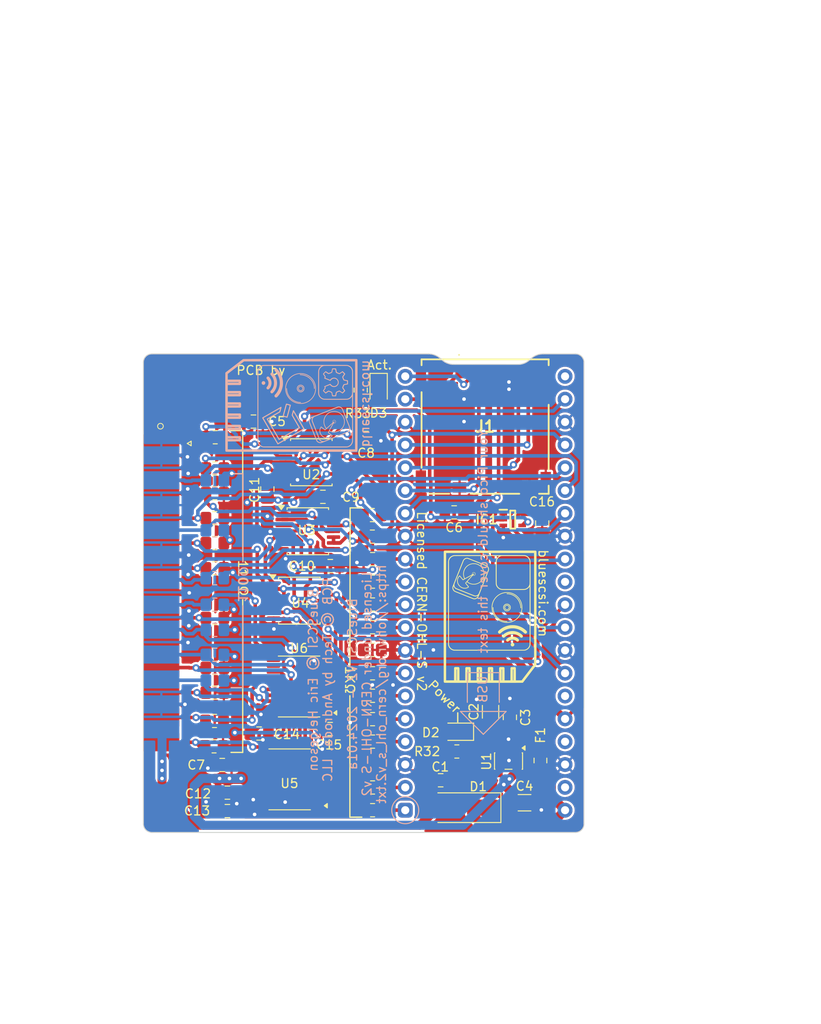
<source format=kicad_pcb>
(kicad_pcb (version 20241229) (generator "pcbnew") (generator_version "9.0")
  (title_block (comment 4 "AISLER Project ID: NQDJUIGL"))
  (layers (0 "F.Cu" signal) (2 "B.Cu" signal) (13 "F.Paste" user) (15 "B.Paste" user) (5 "F.SilkS" user "F.Silkscreen") (7 "B.SilkS" user "B.Silkscreen") (1 "F.Mask" user) (3 "B.Mask" user) (25 "Edge.Cuts" user))
  (net 0 "")
  (net 1 "GND")
  (net 2 "+2V8")
  (net 3 "+5V")
  (net 4 "iATN")
  (net 5 "oIO")
  (net 6 "oREQ")
  (net 7 "oSEL")
  (net 8 "oBSY")
  (net 9 "SD_CLK")
  (net 10 "oCD_iSEL")
  (net 11 "ATN")
  (net 12 "BSY")
  (net 13 "DBP")
  (net 14 "ACK")
  (net 15 "RST")
  (net 16 "MSG")
  (net 17 "SEL")
  (net 18 "CD")
  (net 19 "REQ")
  (net 20 "IO")
  (net 21 "DB7")
  (net 22 "DB6")
  (net 23 "DB5")
  (net 24 "DB4")
  (net 25 "DB3")
  (net 26 "DB2")
  (net 27 "DB1")
  (net 28 "DB0")
  (net 29 "+3V3")
  (net 30 "SEL_BUFF")
  (net 31 "BSY_BUFF")
  (net 32 "+5VP")
  (net 33 "oMSG_iBSY")
  (net 34 "+5F")
  (net 35 "SD_CMD_MOSI")
  (net 36 "DB4T")
  (net 37 "DB5T")
  (net 38 "DB6T")
  (net 39 "DB7T")
  (net 40 "DBPT")
  (net 41 "DB0T")
  (net 42 "DB1T")
  (net 43 "DB3T")
  (net 44 "DB2T")
  (net 45 "SD_D0_MISO")
  (net 46 "DBPTr")
  (net 47 "Net-(D2-A)")
  (net 48 "SD_D1")
  (net 49 "SD_D2")
  (net 50 "Net-(D3-A)")
  (net 51 "Net-(RP1-G8)")
  (net 52 "Net-(RP1-G7)")
  (net 53 "Net-(RP1-G6)")
  (net 54 "Net-(RP1-G5)")
  (net 55 "SD_D3_CS")
  (net 56 "iRST")
  (net 57 "Net-(RP1-G4)")
  (net 58 "iACK")
  (net 59 "Net-(RP1-G3)")
  (net 60 "Net-(RP1-G2)")
  (net 61 "Net-(RP1-G1)")
  (net 62 "SERIAL_OUT")
  (net 63 "Net-(RP1-G0)")
  (net 68 "Net-(IC1-Y)")
  (footprint "Capacitor_SMD:C_1206_3216Metric_Pad1.33x1.80mm_HandSolder" (layer "F.Cu") (at 138.65 113.88 90)
    (property "Reference" "C2")
    (property "Value" "47uF")
  )
  (footprint "Capacitor_SMD:C_1206_3216Metric_Pad1.33x1.80mm_HandSolder" (layer "F.Cu") (at 142.43 124)
    (property "Reference" "C4")
    (property "Value" "47uF")
  )
  (footprint "Capacitor_SMD:C_0805_2012Metric_Pad1.18x1.45mm_HandSolder" (layer "F.Cu") (at 140.8 114.5 90)
    (property "Reference" "C3")
    (property "Value" "0.1uF")
  )
  (footprint "Capacitor_SMD:C_0805_2012Metric_Pad1.18x1.45mm_HandSolder" (layer "F.Cu") (at 112.275001 81.6)
    (property "Reference" "C5")
    (property "Value" "0.1uF")
  )
  (footprint "Capacitor_SMD:C_0805_2012Metric_Pad1.18x1.45mm_HandSolder" (layer "F.Cu") (at 133.1 121.5)
    (property "Reference" "C1")
    (property "Value" "4.7uF")
  )
  (footprint "Capacitor_SMD:C_0805_2012Metric_Pad1.18x1.45mm_HandSolder" (layer "F.Cu") (at 134.6 91.7 180)
    (property "Reference" "C6")
    (property "Value" "4.7uF")
  )
  (footprint "Diode_SMD:D_SMA_Handsoldering" (layer "F.Cu") (at 135.29 124.55 180)
    (property "Reference" "D1")
    (property "Value" "D")
  )
  (footprint "Resistor_SMD:R_0805_2012Metric_Pad1.20x1.40mm_HandSolder" (layer "F.Cu") (at 125.525 117.2 180)
    (property "Reference" "R29" (hide yes))
    (property "Value" "1k")
  )
  (footprint "Resistor_SMD:R_0805_2012Metric_Pad1.20x1.40mm_HandSolder" (layer "F.Cu") (at 107.98 92.345 180)
    (property "Reference" "R16" (hide yes))
    (property "Value" "110")
  )
  (footprint "Resistor_SMD:R_0805_2012Metric_Pad1.20x1.40mm_HandSolder" (layer "F.Cu") (at 107.94 114.9 180)
    (property "Reference" "R3" (hide yes))
    (property "Value" "110")
  )
  (footprint "Resistor_SMD:R_0805_2012Metric_Pad1.20x1.40mm_HandSolder" (layer "F.Cu") (at 107.98 103.445 180)
    (property "Reference" "R9" (hide yes))
    (property "Value" "110")
  )
  (footprint "Resistor_SMD:R_0805_2012Metric_Pad1.20x1.40mm_HandSolder" (layer "F.Cu") (at 134.9 118.3 180)
    (property "Reference" "R32")
    (property "Value" "4.7k")
  )
  (footprint "LED_SMD:LED_0805_2012Metric_Pad1.15x1.40mm_HandSolder" (layer "F.Cu") (at 126.2 78.1 -90)
    (property "Reference" "D3")
    (property "Value" "LED")
  )
  (footprint "Fiducial:Fiducial_0.5mm_Mask1.5mm" (layer "F.Cu") (at 102.3 125.4)
    (property "Reference" "FID1" (hide yes))
    (property "Value" "Fiducial")
  )
  (footprint "Resistor_SMD:R_0805_2012Metric_Pad1.20x1.40mm_HandSolder" (layer "F.Cu") (at 107.98 111.745 180)
    (property "Reference" "R4" (hide yes))
    (property "Value" "110")
  )
  (footprint "Capacitor_SMD:C_0805_2012Metric_Pad1.18x1.45mm_HandSolder" (layer "F.Cu") (at 109.375 122.875)
    (property "Reference" "C12")
    (property "Value" "0.1uF")
  )
  (footprint "LED_SMD:LED_0805_2012Metric_Pad1.15x1.40mm_HandSolder" (layer "F.Cu") (at 134.9 116.1 180)
    (property "Reference" "D2")
    (property "Value" "LED")
  )
  (footprint "Package_SO:TSSOP-20_4.4x6.5mm_P0.65mm" (layer "F.Cu") (at 116.3 121.4 180)
    (property "Reference" "U5")
    (property "Value" "LVT245")
  )
  (footprint "Resistor_SMD:R_0805_2012Metric_Pad1.20x1.40mm_HandSolder" (layer "F.Cu") (at 125.525 101.95 180)
    (property "Reference" "R24" (hide yes))
    (property "Value" "1k")
  )
  (footprint "Resistor_SMD:R_0805_2012Metric_Pad1.20x1.40mm_HandSolder" (layer "F.Cu") (at 125.525 122.3 180)
    (property "Reference" "R30" (hide yes))
    (property "Value" "1k")
  )
  (footprint "Capacitor_SMD:C_0805_2012Metric_Pad1.18x1.45mm_HandSolder" (layer "F.Cu") (at 120.8 115.8)
    (property "Reference" "C15")
    (property "Value" "4.7uF")
  )
  (footprint "Resistor_SMD:R_0805_2012Metric_Pad1.20x1.40mm_HandSolder" (layer "F.Cu") (at 125.525 104.475 180)
    (property "Reference" "R25" (hide yes))
    (property "Value" "1k")
  )
  (footprint "LOGO" (layer "F.Cu") (at 138.6 103.3)
    (property "Reference" "G***" (hide yes))
    (property "Value" "LOGO" (hide yes))
  )
  (footprint "Resistor_SMD:R_0805_2012Metric_Pad1.20x1.40mm_HandSolder" (layer "F.Cu") (at 107.98 97.92 180)
    (property "Reference" "R14" (hide yes))
    (property "Value" "110")
  )
  (footprint "Resistor_SMD:R_0805_2012Metric_Pad1.20x1.40mm_HandSolder" (layer "F.Cu") (at 124.2 78.1 90)
    (property "Reference" "R33")
    (property "Value" "470")
  )
  (footprint "Resistor_SMD:R_0805_2012Metric_Pad1.20x1.40mm_HandSolder" (layer "F.Cu") (at 107.98 95.12 180)
    (property "Reference" "R17" (hide yes))
    (property "Value" "110")
  )
  (footprint "Resistor_SMD:R_0805_2012Metric_Pad1.20x1.40mm_HandSolder" (layer "F.Cu") (at 107.98 89.57 180)
    (property "Reference" "R10" (hide yes))
    (property "Value" "110")
  )
  (footprint "Capacitor_SMD:C_0805_2012Metric_Pad1.18x1.45mm_HandSolder" (layer "F.Cu") (at 113.818679 89.112399 90)
    (property "Reference" "C11")
    (property "Value" "4.7uF")
  )
  (footprint "Resistor_SMD:R_0805_2012Metric_Pad1.20x1.40mm_HandSolder" (layer "F.Cu") (at 125.525 112.1 180)
    (property "Reference" "R27" (hide yes))
    (property "Value" "1k")
  )
  (footprint "Resistor_SMD:R_0805_2012Metric_Pad1.20x1.40mm_HandSolder" (layer "F.Cu") (at 107.98 86.82 180)
    (property "Reference" "R13" (hide yes))
    (property "Value" "110")
  )
  (footprint "Resistor_SMD:R_0805_2012Metric_Pad1.20x1.40mm_HandSolder" (layer "F.Cu") (at 125.525 114.7 180)
    (property "Reference" "R28" (hide yes))
    (property "Value" "1k")
  )
  (footprint "Capacitor_SMD:C_0805_2012Metric_Pad1.18x1.45mm_HandSolder" (layer "F.Cu") (at 109.375 124.925)
    (property "Reference" "C13")
    (property "Value" "4.7uF")
  )
  (footprint "Capacitor_SMD:C_0805_2012Metric_Pad1.18x1.45mm_HandSolder" (layer "F.Cu") (at 120 89.97 180)
    (property "Reference" "C9")
    (property "Value" "0.1uF")
  )
  (footprint "Fiducial:Fiducial_0.5mm_Mask1.5mm" (layer "F.Cu") (at 102.3 76.2)
    (property "Reference" "FID2" (hide yes))
    (property "Value" "Fiducial")
  )
  (footprint "Resistor_SMD:R_0805_2012Metric_Pad1.20x1.40mm_HandSolder" (layer "F.Cu") (at 107.89 117.72 180)
    (property "Reference" "R2" (hide yes))
    (property "Value" "110")
  )
  (footprint "Package_SO:TSSOP-14_4.4x5mm_P0.65mm" (layer "F.Cu") (at 118.7125 86.125)
    (property "Reference" "U2")
    (property "Value" "LVT125")
  )
  (footprint "Fuse:Fuse_0805_2012Metric_Pad1.15x1.40mm_HandSolder" (layer "F.Cu") (at 144.2 119.3 -90)
    (property "Reference" "F1")
    (property "Value" "Polyfuse")
  )
  (footprint "Capacitor_SMD:C_0805_2012Metric_Pad1.18x1.45mm_HandSolder" (layer "F.Cu") (at 144.4 92.9 -90)
    (property "Reference" "C16")
    (property "Value" "100n")
  )
  (footprint "Resistor_SMD:R_0805_2012Metric_Pad1.20x1.40mm_HandSolder" (layer "F.Cu") (at 125.525 109.6 180)
    (property "Reference" "R26" (hide yes))
    (property "Value" "1k")
  )
  (footprint "Capacitor_SMD:C_0805_2012Metric_Pad1.18x1.45mm_HandSolder" (layer "F.Cu") (at 108.8 119.8 180)
    (property "Reference" "C7")
    (property "Value" "0.1uF")
  )
  (footprint "Resistor_SMD:R_0805_2012Metric_Pad1.20x1.40mm_HandSolder" (layer "F.Cu") (at 125.5 107)
    (property "Reference" "R19" (hide yes))
    (property "Value" "1k")
  )
  (footprint "Library:MEM20900014500A" (layer "F.Cu") (at 138.045 82.155 180)
    (property "Reference" "J1")
    (property "Value" "MEM2090-00-145-00-A" (hide yes))
  )
  (footprint "Library:DSUB-25_Male_Horizontal_middle_mount" (layer "F.Cu") (at 94.925 100.715 -90)
    (property "Reference" "J2" (hide yes))
    (property "Value" "DB25_Male_MountingHoles")
  )
  (footprint "Resistor_SMD:R_0805_2012Metric_Pad1.20x1.40mm_HandSolder" (layer "F.Cu") (at 125.525 96.9 180)
    (property "Reference" "R20" (hide yes))
    (property "Value" "1k")
  )
  (footprint "Package_SO:TSSOP-14_4.4x5mm_P0.65mm" (layer "F.Cu") (at 117.38 101.52)
    (property "Reference" "U4")
    (property "Value" "LVT125")
  )
  (footprint "Package_SO:TSSOP-20_4.4x6.5mm_P0.65mm" (layer "F.Cu") (at 117.35 111.07 180)
    (property "Reference" "U6")
    (property "Value" "LVT245")
  )
  (footprint "Package_SO:TSSOP-14_4.4x5mm_P0.65mm" (layer "F.Cu") (at 118.32 93.8)
    (property "Reference" "U3")
    (property "Value" "LVT125")
  )
  (footprint "Package_TO_SOT_SMD:SOT-23-5" (layer "F.Cu") (at 140.649999 119.3625 -90)
    (property "Reference" "U1")
    (property "Value" "MIC5219-2.85YM5")
  )
  (footprint "Capacitor_SMD:C_0805_2012Metric_Pad1.18x1.45mm_HandSolder" (layer "F.Cu") (at 112.9 116.3)
    (property "Reference" "C14")
    (property "Value" "0.1uF")
  )
  (footprint "Resistor_SMD:R_0805_2012Metric_Pad1.20x1.40mm_HandSolder" (layer "F.Cu") (at 108.02 83.34 180)
    (property "Reference" "R11" (hide yes))
    (property "Value" "110")
  )
  (footprint "Capacitor_SMD:C_0805_2012Metric_Pad1.18x1.45mm_HandSolder" (layer "F.Cu") (at 120.82 97.67 180)
    (property "Reference" "C10")
    (property "Value" "0.1uF")
  )
  (footprint "Resistor_SMD:R_0805_2012Metric_Pad1.20x1.40mm_HandSolder" (layer "F.Cu") (at 125.5 92)
    (property "Reference" "R22" (hide yes))
    (property "Value" "1k")
  )
  (footprint "Capacitor_SMD:C_0805_2012Metric_Pad1.18x1.45mm_HandSolder" (layer "F.Cu") (at 124.8 83.425 180)
    (property "Reference" "C8")
    (property "Value" "0.1uF")
  )
  (footprint "Resistor_SMD:R_0805_2012Metric_Pad1.20x1.40mm_HandSolder" (layer "F.Cu") (at 107.98 108.995 180)
    (property "Reference" "R6" (hide yes))
    (property "Value" "110")
  )
  (footprint "Resistor_SMD:R_0805_2012Metric_Pad1.20x1.40mm_HandSolder" (layer "F.Cu") (at 125.525 99.4 180)
    (property "Reference" "R23" (hide yes))
    (property "Value" "1k")
  )
  (footprint "SOT65P210X110-5N:SOT65P210X110-5N" (layer "F.Cu") (at 141.117052 92.503866)
    (property "Reference" "IC1")
    (property "Value" "MC74VHC1G132DFT1G" (hide yes))
  )
  (footprint "Resistor_SMD:R_0805_2012Metric_Pad1.20x1.40mm_HandSolder" (layer "F.Cu") (at 125.525 124.825 180)
    (property "Reference" "R31" (hide yes))
    (property "Value" "1k")
  )
  (footprint "Resistor_SMD:R_0805_2012Metric_Pad1.20x1.40mm_HandSolder" (layer "F.Cu") (at 125.5 94.4 180)
    (property "Reference" "R21" (hide yes))
    (property "Value" "1k")
  )
  (footprint "CustomFootprints:BluePillModule" (layer "B.Cu") (at 136.78 127.369)
    (property "Reference" "RP1" (hide yes))
    (property "Value" "Pico_Footprint")
  )
  (footprint "Resistor_SMD:R_0805_2012Metric_Pad1.20x1.40mm_HandSolder" (layer "B.Cu") (at 107.97 99.02 180)
    (property "Reference" "R15" (hide yes))
    (property "Value" "110")
  )
  (footprint "Resistor_SMD:R_0805_2012Metric_Pad1.20x1.40mm_HandSolder" (layer "B.Cu") (at 107.98 107.545 180)
    (property "Reference" "R7" (hide yes))
    (property "Value" "110")
  )
  (footprint "Resistor_SMD:R_0805_2012Metric_Pad1.20x1.40mm_HandSolder" (layer "B.Cu") (at 107.98 101.97 180)
    (property "Reference" "R1" (hide yes))
    (property "Value" "110")
  )
  (footprint "Resistor_SMD:R_0805_2012Metric_Pad1.20x1.40mm_HandSolder" (layer "B.Cu") (at 107.98 110.395 180)
    (property "Reference" "R5" (hide yes))
    (property "Value" "110")
  )
  (footprint "Resistor_SMD:R_0805_2012Metric_Pad1.20x1.40mm_HandSolder" (layer "B.Cu") (at 107.98 88.145 180)
    (property "Reference" "R12" (hide yes))
    (property "Value" "110")
  )
  (footprint "Resistor_SMD:R_0805_2012Metric_Pad1.20x1.40mm_HandSolder" (layer "B.Cu") (at 107.98 104.77 180)
    (property "Reference" "R8" (hide yes))
    (property "Value" "110")
  )
  (footprint "Resistor_SMD:R_0805_2012Metric_Pad1.20x1.40mm_HandSolder" (layer "B.Cu") (at 107.98 93.695 180)
    (property "Reference" "R18" (hide yes))
    (property "Value" "110")
  )
  (footprint "LOGO" (layer "B.Cu") (at 116.5 79.8 90)
    (property "Reference" "G***" (hide yes))
    (property "Value" "LOGO" (hide yes))
  )
  (gr_line (start 135 114) (end 135 115.01) (stroke (width 0.15)) (layer "F.SilkS"))
  (gr_line (start 111.078501 101.4) (end 111.0785 118.4) (stroke (width 0.15)) (layer "F.SilkS"))
  (gr_line (start 111.0785 118.4) (end 109.7785 118.4) (stroke (width 0.15)) (layer "F.SilkS"))
  (gr_line (start 123 108.7) (end 123.028501 91.2) (stroke (width 0.15)) (layer "F.SilkS"))
  (gr_line (start 111.0785 96.5) (end 111.078502 82.6) (stroke (width 0.15)) (layer "F.SilkS"))
  (gr_line (start 123.000001 112.1) (end 123 125.6) (stroke (width 0.15)) (layer "F.SilkS"))
  (gr_line (start 123.028502 125.6) (end 124.328502 125.6) (stroke (width 0.15)) (layer "F.SilkS"))
  (gr_line (start 123.028501 91.2) (end 124.328501 91.2) (stroke (width 0.15)) (layer "F.SilkS"))
  (gr_line (start 111.05 82.6) (end 109.749999 82.6) (stroke (width 0.15)) (layer "F.SilkS"))
  (gr_line (start 111.1 87.4) (end 109.8 87.4) (stroke (width 0.15)) (layer "B.SilkS"))
  (gr_line (start 111.1 111.2) (end 109.8 111.2) (stroke (width 0.15)) (layer "B.SilkS"))
  (gr_line (start 111.1 102.1) (end 111.1 111.2) (stroke (width 0.15)) (layer "B.SilkS"))
  (gr_line (start 111.1 97.2) (end 111.1 87.4) (stroke (width 0.15)) (layer "B.SilkS"))
  (gr_line (start 100.0252 126.3548) (end 100.0252 75.0164) (stroke (width 0.1)) (layer "Edge.Cuts"))
  (gr_arc (start 100.9752 127.3048) (mid 100.303449 127.026551) (end 100.0252 126.3548) (stroke (width 0.1)) (layer "Edge.Cuts"))
  (gr_arc (start 143.085786 74.655787) (mid 143.734633 74.222241) (end 144.5 74.07) (stroke (width 0.1)) (layer "Edge.Cuts"))
  (gr_line (start 141.671572 75.241574) (end 134.5654 75.237973) (stroke (width 0.1)) (layer "Edge.Cuts"))
  (gr_line (start 100.9752 74.0664) (end 131.7369 74.0664) (stroke (width 0.1)) (layer "Edge.Cuts"))
  (gr_arc (start 148.1 74.07) (mid 148.771751 74.348249) (end 149.05 75.02) (stroke (width 0.1)) (layer "Edge.Cuts"))
  (gr_line (start 149.05 75.02) (end 149.05 126.3548) (stroke (width 0.1)) (layer "Edge.Cuts"))
  (gr_arc (start 143.085786 74.655787) (mid 142.436939 75.089333) (end 141.671572 75.241574) (stroke (width 0.1)) (layer "Edge.Cuts"))
  (gr_arc (start 100.0252 75.0164) (mid 100.303449 74.344649) (end 100.9752 74.0664) (stroke (width 0.1)) (layer "Edge.Cuts"))
  (gr_arc (start 134.565367 75.237973) (mid 133.8 75.085732) (end 133.151153 74.652186) (stroke (width 0.1)) (layer "Edge.Cuts"))
  (gr_arc (start 149.05 126.3548) (mid 148.771751 127.026551) (end 148.1 127.3048) (stroke (width 0.1)) (layer "Edge.Cuts"))
  (gr_line (start 148.1 74.07) (end 144.5 74.07) (stroke (width 0.1)) (layer "Edge.Cuts"))
  (gr_line (start 100.9752 127.3048) (end 148.1 127.3048) (stroke (width 0.1)) (layer "Edge.Cuts"))
  (gr_arc (start 131.736939 74.0664) (mid 132.502306 74.218641) (end 133.151153 74.652186) (stroke (width 0.1)) (layer "Edge.Cuts"))
  (gr_text "PCB by" (at 113.1 75.9 0) (layer "F.SilkS") (effects (font (size 1 1))))
  (gr_text "bluescsi.com" (at 144.5 100.7 270) (layer "F.SilkS") (effects (font (size 1 1))))
  (gr_text "110Ω" (at 110.5 96.9 270) (layer "F.SilkS") (effects (font (size 1 1)) (justify left bottom)))
  (gr_text "Act." (at 126.3 75.3 0) (layer "F.SilkS") (effects (font (size 1 1))))
  (gr_text "1KΩ" (at 122.4 108.7 270) (layer "F.SilkS") (effects (font (size 1 1)) (justify left bottom)))
  (gr_text "Power" (at 133.5 112.2 315) (layer "F.SilkS") (effects (font (size 1 1))))
  (gr_text "Licensed CERN-OHL-S v2" (at 130.4 91.5 270) (layer "F.SilkS") (effects (font (size 1 1)) (justify left bottom)))
  (gr_text "bluescsi.com" (at 124.9 79.6 270) (layer "B.SilkS") (effects (font (size 1 1)) (justify mirror)))
  (gr_text "110Ω" (at 110.5 101.8 270) (layer "B.SilkS") (effects (font (size 1 1)) (justify left bottom mirror)))
  (gr_text "Your Pico should cover this text" (at 138.4 82.4 90) (layer "B.SilkS") (effects (font (size 1 1)) (justify left bottom mirror)))
  (gr_text "BlueSCSI © Eric Helgeson\nPCB © Tech by Androda, LLC" (at 119.72 110.34 90) (layer "B.SilkS") (effects (font (size 1 1)) (justify mirror)))
  (gr_text "BlueSCSI V2 - 2024.01a\nLicensed under CERN-OHL-S v2\nhttps://ohwr.org/cern_ohl_s_v2.txt" (at 124.9 110.8 90) (layer "B.SilkS") (effects (font (size 1 1)) (justify mirror)))
  (segment (start 107.175 119.8) (end 107.144821 119.830179) (width 0.4) (layer "F.Cu") (net 1))
  (segment (start 113.7175 88.075) (end 113.64 88.1525) (width 0.4) (layer "F.Cu") (net 1))
  (segment (start 115.4575 93.8) (end 114.168805 93.8) (width 0.4) (layer "F.Cu") (net 1))
  (segment (start 113.5475 117) (end 114.0375 116.51) (width 0.4) (layer "F.Cu") (net 1))
  (segment (start 122.1375 115.8) (end 122.2975 115.64) (width 0.4) (layer "F.Cu") (net 1))
  (segment (start 122.13 89.97) (end 122.2 89.9) (width 0.4) (layer "F.Cu") (net 1))
  (segment (start 140.649999 118.225) (end 140.65 116.93) (width 0.5) (layer "F.Cu") (net 1))
  (segment (start 115.85 91.4575) (end 115.4575 91.85) (width 0.4) (layer "F.Cu") (net 1))
  (segment (start 105.01 87.37) (end 105.01 89.04) (width 0.4) (layer "F.Cu") (net 1))
  (segment (start 105.13 100.655) (end 105.13 98.74) (width 0.4) (layer "F.Cu") (net 1))
  (segment (start 119.062722 108.145) (end 119.020839 108.186883) (width 0.4) (layer "F.Cu") (net 1))
  (segment (start 137.1875 112.4125) (end 137.1 112.5) (width 1) (layer "F.Cu") (net 1))
  (segment (start 114.5175 104.6375) (end 114.55 104.67) (width 0.4) (layer "F.Cu") (net 1))
  (segment (start 114.5175 103.47) (end 114.5175 104.6375) (width 0.4) (layer "F.Cu") (net 1))
  (segment (start 107.144821 119.830179) (end 107.144821 120.095456) (width 0.4) (layer "F.Cu") (net 1))
  (segment (start 121.8375 115.8) (end 122.1375 115.8) (width 0.4) (layer "F.Cu") (net 1))
  (segment (start 110.4125 124.925) (end 110.4125 122.875) (width 0.4) (layer "F.Cu") (net 1))
  (segment (start 138.7 112.4125) (end 137.1875 112.4125) (width 1) (layer "F.Cu") (net 1))
  (segment (start 115.4575 95.75) (end 115.851041 96.143541) (width 0.4) (layer "F.Cu") (net 1))
  (segment (start 140.067052 93.153866) (end 140.067052 94.5) (width 0.4) (layer "F.Cu") (net 1))
  (segment (start 107.7625 119.8) (end 107.175 119.8) (width 0.4) (layer "F.Cu") (net 1))
  (segment (start 124.525 96.9) (end 123.925 96.9) (width 0.4) (layer "F.Cu") (net 1))
  (segment (start 105.13 100.655) (end 105.13 102.63) (width 0.4) (layer "F.Cu") (net 1))
  (segment (start 114.106626 91.85) (end 113.824397 92.132229) (width 0.4) (layer "F.Cu") (net 1))
  (segment (start 110.4125 122.875) (end 110.4125 124.1) (width 0.4) (layer "F.Cu") (net 1))
  (segment (start 119.1625 118.475) (end 119.600654 118.036846) (width 0.4) (layer "F.Cu") (net 1))
  (segment (start 119.600654 118.036846) (end 119.921537 118.036846) (width 0.4) (layer "F.Cu") (net 1))
  (segment (start 105.08 106.09) (end 104.99 106.18) (width 0.4) (layer "F.Cu") (net 1))
  (segment (start 117.165 88.075) (end 117.17 88.08) (width 0.4) (layer "F.Cu") (net 1))
  (segment (start 140.645001 76.17) (end 140.645001 77.145001) (width 0.4) (layer "F.Cu") (net 1))
  (segment (start 115.85 88.075) (end 117.165 88.075) (width 0.4) (layer "F.Cu") (net 1))
  (segment (start 115.85 88.075) (end 115.85 91.4575) (width 0.4) (layer "F.Cu") (net 1))
  (segment (start 115.85 88.075) (end 113.7175 88.075) (width 0.4) (layer "F.Cu") (net 1))
  (segment (start 140.649999 118.225) (end 140.649999 119.249999) (width 0.5) (layer "F.Cu") (net 1))
  (segment (start 125.8375 83.425) (end 126.137684 83.425) (width 0.4) (layer "F.Cu") (net 1))
  (segment (start 112.273304 123.675) (end 112.250611 123.652307) (width 0.4) (layer "F.Cu") (net 1))
  (segment (start 143.5875 124.8) (end 144.3 124.8) (width 1) (layer "F.Cu") (net 1))
  (segment (start 107.144821 120.095456) (end 107.199365 120.15) (width 0.4) (layer "F.Cu") (net 1))
  (segment (start 132.9 120.4) (end 129.811 120.4) (width 0.25) (layer "F.Cu") (net 1))
  (segment (start 140.649999 119.249999) (end 140.7 119.3) (width 0.5) (layer "F.Cu") (net 1))
  (segment (start 105.08 104.31) (end 105.08 106.09) (width 0.4) (layer "F.Cu") (net 1))
  (segment (start 113.103366 113.930342) (end 113.103366 114.170907) (width 0.4) (layer "F.Cu") (net 1))
  (segment (start 121.0375 89.97) (end 122.13 89.97) (width 0.4) (layer "F.Cu") (net 1))
  (segment (start 105.01 89.04) (end 104.96 89.09) (width 0.4) (layer "F.Cu") (net 1))
  (segment (start 105.13 102.63) (end 105.1 102.66) (width 0.4) (layer "F.Cu") (net 1))
  (segment (start 110.4125 124.925) (end 110.7875 125.3) (width 0.4) (layer "F.Cu") (net 1))
  (segment (start 113.4375 123.675) (end 112.273304 123.675) (width 0.4) (layer "F.Cu") (net 1))
  (segment (start 114.0375 116.4) (end 113.9375 116.3) (width 0.4) (layer "F.Cu") (net 1))
  (segment (start 122.2975 115.64) (end 122.48 115.64) (width 0.4) (layer "F.Cu") (net 1))
  (segment (start 140.645001 77.145001) (end 140.7 77.2) (width 0.4) (layer "F.Cu") (net 1))
  (segment (start 114.168805 93.8) (end 114.136576 93.832229) (width 0.4) (layer "F.Cu") (net 1))
  (segment (start 126.5 107) (end 129.111 107) (width 0.4) (layer "F.Cu") (net 1))
  (segment (start 114.4875 113.345) (end 113.688708 113.345) (width 0.4) (layer "F.Cu") (net 1))
  (segment (start 113.323887 117) (end 113.5475 117) (width 0.4) (layer "F.Cu") (net 1))
  (segment (start 129.111 107) (end 129.16 107.049) (width 0.4) (layer "F.Cu") (net 1))
  (segment (start 134.124999 121.5) (end 134.1 121.524999) (width 0.25) (layer "F.Cu") (net 1))
  (segment (start 134.024999 121.524999) (end 132.9 120.4) (width 0.25) (layer "F.Cu") (net 1))
  (segment (start 110.7875 125.3) (end 112.4 125.3) (width 0.4) (layer "F.Cu") (net 1))
  (segment (start 134.1 121.524999) (end 134.024999 121.524999) (width 0.25) (layer "F.Cu") (net 1))
  (segment (start 115.4575 91.85) (end 114.106626 91.85) (width 0.4) (layer "F.Cu") (net 1))
  (segment (start 113.688708 113.345) (end 113.103366 113.930342) (width 0.4) (layer "F.Cu") (net 1))
  (segment (start 113.3 81.6) (end 114.3 81.6) (width 1) (layer "F.Cu") (net 1))
  (segment (start 123.925 96.9) (end 123.785776 97.039224) (width 0.4) (layer "F.Cu") (net 1))
  (segment (start 123.785776 97.039224) (end 123.785776 97.275) (width 0.4) (layer "F.Cu") (net 1))
  (segment (start 142.7875 124) (end 143.5875 124.8) (width 1) (layer "F.Cu") (net 1))
  (segment (start 120.2125 108.145) (end 119.062722 108.145) (width 0.4) (layer "F.Cu") (net 1))
  (segment (start 114.0375 116.51) (end 114.0375 116.4) (width 0.4) (layer "F.Cu") (net 1))
  (segment (start 129.811 120.4) (end 129.16 119.749) (width 0.25) (layer "F.Cu") (net 1))
  (segment (start 126.137684 83.425) (end 126.45 83.737316) (width 0.4) (layer "F.Cu") (net 1))
  (segment (start 122.48 115.64) (end 123.04 115.08) (width 0.4) (layer "F.Cu") (net 1))
  (segment (start 105.13 98.74) (end 105.01 98.62) (width 0.4) (layer "F.Cu") (net 1))
  (segment (start 105.13 100.655) (end 102.025 100.655) (width 0.75) (layer "F.Cu") (net 1))
  (segment (start 115.851041 96.143541) (end 115.851041 96.851041) (width 0.4) (layer "F.Cu") (net 1))
  (segment (start 140.8 113.475001) (end 140.8 112.4) (width 1) (layer "F.Cu") (net 1))
  (via (at 113.323887 117) (size 0.8) (drill 0.4) (layers "F.Cu" "B.Cu") (net 1))
  (via (at 104.93 85.52) (size 0.8) (drill 0.4) (layers "F.Cu" "B.Cu") (net 1))
  (via (at 105.07 96.45) (size 0.8) (drill 0.4) (layers "F.Cu" "B.Cu") (net 1))
  (via (at 119.020839 108.186883) (size 0.8) (drill 0.4) (layers "F.Cu" "B.Cu") (net 1))
  (via (at 137.1 112.5) (size 0.8) (drill 0.4) (layers "F.Cu" "B.Cu") (net 1))
  (via (at 114.136576 93.832229) (size 0.8) (drill 0.4) (layers "F.Cu" "B.Cu") (net 1))
  (via (at 105.1 102.66) (size 0.8) (drill 0.4) (layers "F.Cu" "B.Cu") (net 1))
  (via (at 112.250611 123.652307) (size 0.8) (drill 0.4) (layers "F.Cu" "B.Cu") (net 1))
  (via (at 113.103366 114.170907) (size 0.8) (drill 0.4) (layers "F.Cu" "B.Cu") (net 1))
  (via (at 104.99 106.18) (size 0.8) (drill 0.4) (layers "F.Cu" "B.Cu") (net 1))
  (via (at 140.067052 94.5) (size 0.8) (drill 0.4) (layers "F.Cu" "B.Cu") (net 1))
  (via (at 140.7 77.2) (size 0.8) (drill 0.4) (layers "F.Cu" "B.Cu") (net 1))
  (via (at 112.4 125.3) (size 0.8) (drill 0.4) (layers "F.Cu" "B.Cu") (net 1))
  (via (at 107 123.9) (size 0.8) (drill 0.4) (layers "F.Cu" "B.Cu") (net 1))
  (via (at 105.01 87.37) (size 0.8) (drill 0.4) (layers "F.Cu" "B.Cu") (net 1))
  (via (at 113.824397 92.132229) (size 0.8) (drill 0.4) (layers "F.Cu" "B.Cu") (net 1))
  (via (at 144.3 124.8) (size 0.8) (drill 0.4) (layers "F.Cu" "B.Cu") (net 1))
  (via (at 140.65 116.93) (size 0.8) (drill 0.4) (layers "F.Cu" "B.Cu") (net 1))
  (via (at 105.13 100.655) (size 0.8) (drill 0.4) (layers "F.Cu" "B.Cu") (net 1))
  (via (at 107.199365 120.15) (size 0.8) (drill 0.4) (layers "F.Cu" "B.Cu") (net 1))
  (via (at 110.4125 124.1) (size 0.8) (drill 0.4) (layers "F.Cu" "B.Cu") (net 1))
  (via (at 123.785776 97.275) (size 0.8) (drill 0.4) (layers "F.Cu" "B.Cu") (net 1))
  (via (at 126.45 83.737316) (size 0.8) (drill 0.4) (layers "F.Cu" "B.Cu") (net 1))
  (via (at 123.04 115.08) (size 0.8) (drill 0.4) (layers "F.Cu" "B.Cu") (net 1))
  (via (at 114.3 81.6) (size 0.8) (drill 0.4) (layers "F.Cu" "B.Cu") (net 1))
  (via (at 115.851041 96.851041) (size 0.8) (drill 0.4) (layers "F.Cu" "B.Cu") (net 1))
  (via (at 104.96 89.09) (size 0.8) (drill 0.4) (layers "F.Cu" "B.Cu") (net 1))
  (via (at 122.2 89.9) (size 0.8) (drill 0.4) (layers "F.Cu" "B.Cu") (net 1))
  (via (at 127.8 110.9) (size 0.8) (drill 0.4) (layers "F.Cu" "B.Cu") (net 1))
  (via (at 115.8 123.925) (size 0.8) (drill 0.4) (layers "F.Cu" "B.Cu") (net 1))
  (via (at 132.29 107) (size 0.8) (drill 0.4) (layers "F.Cu" "B.Cu") (net 1))
  (via (at 105.08 104.31) (size 0.8) (drill 0.4) (layers "F.Cu" "B.Cu") (net 1))
  (via (at 105.01 98.62) (size 0.8) (drill 0.4) (layers "F.Cu" "B.Cu") (net 1))
  (via (at 104.65 113.055) (size 0.8) (drill 0.4) (layers "F.Cu" "B.Cu") (net 1))
  (via (at 140.7 119.3) (size 0.8) (drill 0.4) (layers "F.Cu" "B.Cu") (net 1))
  (via (at 135.7 79.1) (size 0.8) (drill 0.4) (layers "F.Cu" "B.Cu") (net 1))
  (via (at 114.55 104.67) (size 0.8) (drill 0.4) (layers "F.Cu" "B.Cu") (net 1))
  (via (at 140.8 112.4) (size 0.8) (drill 0.4) (layers "F.Cu" "B.Cu") (net 1))
  (via (at 119.921537 118.036846) (size 0.8) (drill 0.4) (layers "F.Cu" "B.Cu") (net 1))
  (via (at 135.7 81.6) (size 0.8) (drill 0.4) (layers "F.Cu" "B.Cu") (net 1))
  (via (at 140.7 78) (size 0.8) (drill 0.4) (layers "F.Cu" "B.Cu") (net 1))
  (via (at 117.17 88.08) (size 0.8) (drill 0.4) (layers "F.Cu" "B.Cu") (net 1))
  (via (at 125.5 110.9) (size 0.8) (drill 0.4) (layers "F.Cu" "B.Cu") (net 1))
  (segment (start 140.218052 94.349) (end 140.067052 94.5) (width 0.4) (layer "B.Cu") (net 1))
  (segment (start 107.97983 114.00983) (end 107.025 113.055) (width 0.4) (layer "B.Cu") (net 1))
  (segment (start 102.025 113.055) (end 104.65 113.055) (width 0.4) (layer "B.Cu") (net 1))
  (segment (start 104.615 85.355) (end 104.73 85.47) (width 0.4) (layer "B.Cu") (net 1))
  (segment (start 104.88 85.47) (end 104.93 85.52) (width 0.4) (layer "B.Cu") (net 1))
  (segment (start 105.1 102.66) (end 105.1 104.29) (width 0.4) (layer "B.Cu") (net 1))
  (segment (start 146.94 94.349) (end 140.218052 94.349) (width 0.4) (layer "B.Cu") (net 1))
  (segment (start 105.055 96.435) (end 105.07 96.45) (width 0.75) (layer "B.Cu") (net 1))
  (segment (start 107.025 113.055) (end 104.65 113.055) (width 0.4) (layer "B.Cu") (net 1))
  (segment (start 114.55 104.67) (end 115.503956 104.67) (width 0.4) (layer "B.Cu") (net 1))
  (segment (start 105.01 98.62) (end 105.01 96.51) (width 0.4) (layer "B.Cu") (net 1))
  (segment (start 104.73 85.47) (end 104.88 85.47) (width 0.4) (layer "B.Cu") (net 1))
  (segment (start 141.149 119.749) (end 146.94 119.749) (width 0.5) (layer "B.Cu") (net 1))
  (segment (start 113.103366 114.170907) (end 112.942289 114.00983) (width 0.4) (layer "B.Cu") (net 1))
  (segment (start 105.01 96.51) (end 105.07 96.45) (width 0.4) (layer "B.Cu") (net 1))
  (segment (start 105.02 85.61) (end 105.02 87.36) (width 0.4) (layer "B.Cu") (net 1))
  (segment (start 112.942289 114.00983) (end 107.97983 114.00983) (width 0.4) (layer "B.Cu") (net 1))
  (segment (start 105.02 87.36) (end 105.01 87.37) (width 0.4) (layer "B.Cu") (net 1))
  (segment (start 115.503956 104.67) (end 119.020839 108.186883) (width 0.4) (layer "B.Cu") (net 1))
  (segment (start 110.2125 123.9) (end 107 123.9) (width 0.4) (layer "B.Cu") (net 1))
  (segment (start 102.025 96.435) (end 105.055 96.435) (width 0.75) (layer "B.Cu") (net 1))
  (segment (start 110.4125 124.1) (end 110.2125 123.9) (width 0.4) (layer "B.Cu") (net 1))
  (segment (start 105.1 104.29) (end 105.08 104.31) (width 0.4) (layer "B.Cu") (net 1))
  (segment (start 140.7 119.3) (end 141.149 119.749) (width 0.5) (layer "B.Cu") (net 1))
  (segment (start 102.025 85.355) (end 104.615 85.355) (width 0.4) (layer "B.Cu") (net 1))
  (segment (start 104.93 85.52) (end 105.02 85.61) (width 0.4) (layer "B.Cu") (net 1))
  (segment (start 109.98 98.39) (end 110.474 98.39) (width 0.4) (layer "F.Cu") (net 2))
  (segment (start 108.98 92.345) (end 110.939 92.345) (width 0.4) (layer "F.Cu") (net 2))
  (segment (start 110.474 98.39) (end 111.024 98.94) (width 0.4) (layer "F.Cu") (net 2))
  (segment (start 110.914 114.9) (end 111.024 114.79) (width 0.4) (layer "F.Cu") (net 2))
  (segment (start 108.98 103.445) (end 109.925 102.5) (width 0.4) (layer "F.Cu") (net 2))
  (segment (start 111.024 98.94) (end 110.97 98.994) (width 1) (layer "F.Cu") (net 2))
  (segment (start 110.61 102.5) (end 110.1 102.5) (width 0.4) (layer "F.Cu") (net 2))
  (segment (start 110.17 107.805) (end 110.17 107.73) (width 0.4) (layer "F.Cu") (net 2))
  (segment (start 117.13 89.97) (end 116.76 90.34) (width 0.4) (layer "F.Cu") (net 2))
  (segment (start 110.73 83.34) (end 111.024 83.634) (width 1) (layer "F.Cu") (net 2))
  (segment (start 108.3375 121.4625) (end 108.3375 122.875) (width 0.75) (layer "F.Cu") (net 2))
  (segment (start 111.024 84.086) (end 111.024 86.73) (width 1) (layer "F.Cu") (net 2))
  (segment (start 113.4375 124.325) (end 113.2635 124.499) (width 0.4) (layer "F.Cu") (net 2))
  (segment (start 120.2425 99.57) (end 121.19 99.57) (width 0.4) (layer "F.Cu") (net 2))
  (segment (start 110.55 92.904) (end 110.55 94.866) (width 1) (layer "F.Cu") (net 2))
  (segment (start 108.3375 122.875) (end 108.3375 124.925) (width 0.75) (layer "F.Cu") (net 2))
  (segment (start 110.23 104.8) (end 111.024 104.8) (width 0.4) (layer "F.Cu") (net 2))
  (segment (start 119.7625 115.8) (end 119.7625 116.8375) (width 0.4) (layer "F.Cu") (net 2))
  (segment (start 123.0125 84.175) (end 123.7625 83.425) (width 0.4) (layer "F.Cu") (net 2))
  (segment (start 108.98 86.82) (end 109.586179 86.82) (width 0.4) (layer "F.Cu") (net 2))
  (segment (start 119.7625 116.8375) (end 119.5 117.1) (width 0.4) (layer "F.Cu") (net 2))
  (segment (start 109.856179 87.09) (end 109.856179 87.36) (width 0.4) (layer "F.Cu") (net 2))
  (segment (start 110.3 116.3) (end 110.2 116.2) (width 0.4) (layer "F.Cu") (net 2))
  (segment (start 111.024 83.634) (end 111.024 84.086) (width 1) (layer "F.Cu") (net 2))
  (segment (start 111.024 102.914) (end 110.61 102.5) (width 0.4) (layer "F.Cu") (net 2))
  (segment (start 109.856179 86.9694) (end 109.856179 87.36) (width 0.4) (layer "F.Cu") (net 2))
  (segment (start 111.024 111.319) (end 110.1 110.395) (width 0.4) (layer "F.Cu") (net 2))
  (segment (start 110.095579 86.73) (end 109.856179 86.9694) (width 0.4) (layer "F.Cu") (net 2))
  (segment (start 111.668214 124.499) (end 111.401 124.231786) (width 0.4) (layer "F.Cu") (net 2))
  (segment (start 110.939 92.345) (end 111.024 92.43) (width 0.4) (layer "F.Cu") (net 2))
  (segment (start 113.818679 90.149899) (end 114.809899 90.149899) (width 0.4) (layer "F.Cu") (net 2))
  (segment (start 110.99 97.33) (end 111.024 97.364) (width 1) (layer "F.Cu") (net 2))
  (segment (start 111.024 111.74) (end 111.024 111.319) (width 0.4) (layer "F.Cu") (net 2))
  (segment (start 108.5 121.3) (end 108.3375 121.4625) (width 0.75) (layer "F.Cu") (net 2))
  (segment (start 109.02 83.34) (end 110.73 83.34) (width 1) (layer "F.Cu") (net 2))
  (segment (start 119.7825 97.67) (end 120.3 98.1875) (width 0.4) (layer "F.Cu") (net 2))
  (segment (start 140.8675 124) (end 140.8675 122.7175) (width 1) (layer "F.Cu") (net 2))
  (segment (start 110.964 97.92) (end 110.45 97.92) (width 0.4) (layer "F.Cu") (net 2))
  (segment (start 109.51 97.92) (end 109.98 98.39) (width 0.4) (layer "F.Cu") (net 2))
  (segment (start 111.024 108.97) (end 111.024 111.74) (width 1) (layer "F.Cu") (net 2))
  (segment (start 111.2 82.9) (end 111.2 81.650002) (width 0.4) (layer "F.Cu") (net 2))
  (segment (start 140.124999 121.974999) (end 141.599998 120.5) (width 1) (layer "F.Cu") (net 2))
  (segment (start 111.024 92.43) (end 110.55 92.904) (width 1) (layer "F.Cu") (net 2))
  (segment (start 108.98 95.12) (end 109.607918 95.12) (width 0.4) (layer "F.Cu") (net 2))
  (segment (start 111.8625 116.3) (end 110.3 116.3) (width 0.4) (layer "F.Cu") (net 2))
  (segment (start 123.125 83.425) (end 122.7 83) (width 0.4) (layer "F.Cu") (net 2))
  (segment (start 120.3 98.1875) (end 120.3 99.5125) (width 0.4) (layer "F.Cu") (net 2))
  (segment (start 112.1725 116.3) (end 111.8625 116.3) (width 0.4) (layer "F.Cu") (net 2))
  (segment (start 116.76 90.34) (end 116.76 90.59) (width 0.4) (layer "F.Cu") (net 2))
  (segment (start 111.024 103.51) (end 111.024 102.914) (width 0.4) (layer "F.Cu") (net 2))
  (segment (start 108.89 117.72) (end 110.834 117.72) (width 0.4) (layer "F.Cu") (net 2))
  (segment (start 140.8675 122.7175) (end 140.124999 121.974999) (width 1) (layer "F.Cu") (net 2))
  (segment (start 110 95.12) (end 109.653959 94.773959) (width 0.4) (layer "F.Cu") (net 2))
  (segment (start 111.401 121.801) (end 110.9 121.3) (width 0.4) (layer "F.Cu") (net 2))
  (segment (start 108.94 117.48) (end 108.89 117.53) (width 0.4) (layer "F.Cu") (net 2))
  (segment (start 111.024 86.73) (end 110.095579 86.73) (width 0.4) (layer "F.Cu") (net 2))
  (segment (start 108.98 111.745) (end 110.1 110.625) (width 0.4) (layer "F.Cu") (net 2))
  (segment (start 111.024 108.584) (end 110.17 107.73) (width 0.4) (layer "F.Cu") (net 2))
  (segment (start 110.903364 111.860636) (end 110.903364 114.669364) (width 1) (layer "F.Cu") (net 2))
  (segment (start 111.024 97.98) (end 110.964 97.92) (width 0.4) (layer "F.Cu") (net 2))
  (segment (start 110.11 114.9) (end 110.914 114.9) (width 0.4) (layer "F.Cu") (net 2))
  (segment (start 114.809899 90.149899) (end 115 90.34) (width 0.4) (layer "F.Cu") (net 2))
  (segment (start 109.586179 86.82) (end 109.856179 87.09) (width 0.4) (layer "F.Cu") (net 2))
  (segment (start 110.903364 114.669364) (end 111.024 114.79) (width 1) (layer "F.Cu") (net 2))
  (segment (start 113.2635 124.499) (end 111.668214 124.499) (width 0.4) (layer "F.Cu") (net 2))
  (segment (start 121.1825 91.85) (end 121.05 91.85) (width 0.4) (layer "F.Cu") (net 2))
  (segment (start 118.9625 89.97) (end 117.13 89.97) (width 0.4) (layer "F.Cu") (net 2))
  (segment (start 110.834 117.72) (end 111.024 117.53) (width 0.4) (layer "F.Cu") (net 2))
  (segment (start 108.98 97.92) (end 109.51 97.92) (width 0.4) (layer "F.Cu") (net 2))
  (segment (start 108.98 108.995) (end 110.17 107.805) (width 0.4) (layer "F.Cu") (net 2))
  (segment (start 109.925 102.5) (end 110.1 102.5) (width 0.4) (layer "F.Cu") (net 2))
  (segment (start 108.98 89.57) (end 110.924 89.57) (width 0.4) (layer "F.Cu") (net 2))
  (segment (start 121.575 84.175) (end 123.0125 84.175) (width 0.4) (layer "F.Cu") (net 2))
  (segment (start 110.85 95.12) (end 110 95.12) (width 0.4) (layer "F.Cu") (net 2))
  (segment (start 111.024 104.8) (end 111.024 108.97) (width 1) (layer "F.Cu") (net 2))
  (segment (start 108.94 114.9) (end 110.11 114.9) (width 0.4) (layer "F.Cu") (net 2))
  (segment (start 123.7625 83.425) (end 123.125 83.425) (width 0.4) (layer "F.Cu") (net 2))
  (segment (start 120.3 99.5125) (end 120.2425 99.57) (width 0.4) (layer "F.Cu") (net 2))
  (segment (start 110.19 104.76) (end 110.23 104.8) (width 0.4) (layer "F.Cu") (net 2))
  (segment (start 111.401 124.231786) (end 111.401 121.801) (width 0.4) (layer "F.Cu") (net 2))
  (segment (start 121.19 99.57) (end 121.28 99.48) (width 0.4) (layer "F.Cu") (net 2))
  (segment (start 114.4875 113.995) (end 114.4775 113.995) (width 0.4) (layer "F.Cu") (net 2))
  (segment (start 108.3375 122.785656) (end 108.3375 122.875) (width 1) (layer "F.Cu") (net 2))
  (segment (start 121.05 91.85) (end 119.17 89.97) (width 0.4) (layer "F.Cu") (net 2))
  (segment (start 119.17 89.97) (end 118.9625 89.97) (width 0.4) (layer "F.Cu") (net 2))
  (segment (start 111.2 81.650002) (end 111.250002 81.6) (width 0.4) (layer "F.Cu") (net 2))
  (segment (start 111.024 108.97) (end 111.024 108.584) (width 0.4) (layer "F.Cu") (net 2))
  (segment (start 110.45 97.92) (end 109.98 98.39) (width 0.4) (layer "F.Cu") (net 2))
  (segment (start 108.89 117.53) (end 108.89 117.72) (width 0.4) (layer "F.Cu") (net 2))
  (segment (start 111.024 97.364) (end 111.024 97.98) (width 1) (layer "F.Cu") (net 2))
  (segment (start 111.024 103.51) (end 111.024 104.8) (width 1) (layer "F.Cu") (net 2))
  (segment (start 111.024 111.74) (end 110.903364 111.860636) (width 1) (layer "F.Cu") (net 2))
  (segment (start 110.97 103.456) (end 111.024 103.51) (width 1) (layer "F.Cu") (net 2))
  (segment (start 111.024 97.98) (end 111.024 98.94) (width 1) (layer "F.Cu") (net 2))
  (segment (start 109.653959 95.073959) (end 109.653959 94.773959) (width 0.4) (layer "F.Cu") (net 2))
  (segment (start 114.4775 113.995) (end 112.1725 116.3) (width 0.4) (layer "F.Cu") (net 2))
  (segment (start 109.607918 95.12) (end 109.653959 95.073959) (width 0.4) (layer "F.Cu") (net 2))
  (segment (start 110.1 110.625) (end 110.1 110.395) (width 0.4) (layer "F.Cu") (net 2))
  (segment (start 110.97 98.994) (end 110.97 103.456) (width 1) (layer "F.Cu") (net 2))
  (via (at 140.124999 121.974999) (size 0.8) (drill 0.4) (layers "F.Cu" "B.Cu") (net 2))
  (via (at 109.98 98.39) (size 0.8) (drill 0.4) (layers "F.Cu" "B.Cu") (net 2))
  (via (at 109.856179 87.36) (size 0.8) (drill 0.4) (layers "F.Cu" "B.Cu") (net 2))
  (via (at 110.1 110.395) (size 0.8) (drill 0.4) (layers "F.Cu" "B.Cu") (net 2))
  (via (at 110.19 104.76) (size 0.8) (drill 0.4) (layers "F.Cu" "B.Cu") (net 2))
  (via (at 110.9 121.3) (size 0.8) (drill 0.4) (layers "F.Cu" "B.Cu") (net 2))
  (via (at 109.6 121.3) (size 0.8) (drill 0.4) (layers "F.Cu" "B.Cu") (net 2))
  (via (at 111.564 90.6) (size 0.8) (drill 0.4) (layers "F.Cu" "B.Cu") (net 2))
  (via (at 109.653959 94.773959) (size 0.8) (drill 0.4) (layers "F.Cu" "B.Cu") (net 2))
  (via (at 121.28 99.48) (size 0.8) (drill 0.4) (layers "F.Cu" "B.Cu") (net 2))
  (via (at 122.7 83) (size 0.8) (drill 0.4) (layers "F.Cu" "B.Cu") (net 2))
  (via (at 140.749999 121.349999) (size 0.8) (drill 0.4) (layers "F.Cu" "B.Cu") (net 2))
  (via (at 110.2 116.2) (size 0.8) (drill 0.4) (layers "F.Cu" "B.Cu") (net 2))
  (via (at 116.76 90.59) (size 0.8) (drill 0.4) (layers "F.Cu" "B.Cu") (net 2))
  (via (at 119.5 117.1) (size 0.8) (drill 0.4) (layers "F.Cu" "B.Cu") (net 2))
  (via (at 110.1 102.5) (size 0.8) (drill 0.4) (layers "F.Cu" "B.Cu") (net 2))
  (via (at 108.5 121.3) (size 0.8) (drill 0.4) (layers "F.Cu" "B.Cu") (net 2))
  (via (at 111.2 82.9) (size 0.8) (drill 0.4) (layers "F.Cu" "B.Cu") (net 2))
  (via (at 115 90.34) (size 0.8) (drill 0.4) (layers "F.Cu" "B.Cu") (net 2))
  (via (at 110.17 107.73) (size 0.8) (drill 0.4) (layers "F.Cu" "B.Cu") (net 2))
  (segment (start 108.98 88.145) (end 108.98 87.445) (width 0.4) (layer "B.Cu") (net 2))
  (segment (start 109.6 121.3) (end 110.9 121.3) (width 1) (layer "B.Cu") (net 2))
  (segment (start 108.98 94.1) (end 109.653959 94.773959) (width 0.4) (layer "B.Cu") (net 2))
  (segment (start 108.98 101.97) (end 109.96 101.97) (width 0.4) (layer "B.Cu") (net 2))
  (segment (start 121.28 99.48) (end 116.29 99.48) (width 0.4) (layer "B.Cu") (net 2))
  (segment (start 118.6 116.2) (end 119.5 117.1) (width 0.4) (layer "B.Cu") (net 2))
  (segment (start 116.76 90.59) (end 116.76 90.45) (width 0.4) (layer "B.Cu") (net 2))
  (segment (start 116.29 99.48) (end 115.76 98.95) (width 0.4) (layer "B.Cu") (net 2))
  (segment (start 110.54 98.95) (end 109.98 98.39) (width 0.4) (layer "B.Cu") (net 2))
  (segment (start 106.7 126.5) (end 135.599998 126.5) (width 1) (layer "B.Cu") (net 2))
  (segment (start 109.985 107.545) (end 110.17 107.73) (width 0.4) (layer "B.Cu") (net 2))
  (segment (start 110.2 116.2) (end 118.6 116.2) (width 0.4) (layer "B.Cu") (net 2))
  (segment (start 140.749999 121.349999) (end 140.250001 121.349999) (width 1) (layer "B.Cu") (net 2))
  (segment (start 109.065 87.36) (end 109.856179 87.36) (width 0.4) (layer "B.Cu") (net 2))
  (segment (start 110.1 102.11) (end 110.1 102.5) (width 0.4) (layer "B.Cu") (net 2))
  (segment (start 116.65 90.34) (end 115 90.34) (width 0.4) (layer "B.Cu") (net 2))
  (segment (start 108.98 110.395) (end 110.1 110.395) (width 0.4) (layer "B.Cu") (net 2))
  (segment (start 111.564 90.44) (end 111.664 90.34) (width 0.4) (layer "B.Cu") (net 2))
  (segment (start 111.664 90.34) (end 115 90.34) (width 0.4) (layer "B.Cu") (net 2))
  (segment (start 140.250001 121.349999) (end 140.124999 121.475001) (width 1) (layer "B.Cu") (net 2))
  (segment (start 108.98 87.445) (end 109.065 87.36) (width 0.4) (layer "B.Cu") (net 2))
  (segment (start 106.50295 121.3) (end 105.7 122.10295) (width 1) (layer "B.Cu") (net 2))
  (segment (start 108.97 99.02) (end 108.98 99.01) (width 0.4) (layer "B.Cu") (net 2))
  (segment (start 108.98 107.545) (end 109.985 107.545) (width 0.4) (layer "B.Cu") (net 2))
  (segment (start 115.76 98.95) (end 110.54 98.95) (width 0.4) (layer "B.Cu") (net 2))
  (segment (start 108.98 104.77) (end 110.18 104.77) (width 0.4) (layer "B.Cu") (net 2))
  (segment (start 116.76 90.45) (end 116.65 90.34) (width 0.4) (layer "B.Cu") (net 2))
  (segment (start 108.98 93.695) (end 108.98 94.1) (width 0.4) (layer "B.Cu") (net 2))
  (segment (start 110.18 104.77) (end 110.19 104.76) (width 0.4) (layer "B.Cu") (net 2))
  (segment (start 122.7 83) (end 122.6 82.9) (width 0.4) (layer "B.Cu") (net 2))
  (segment (start 109.96 101.97) (end 110.1 102.11) (width 0.4) (layer "B.Cu") (net 2))
  (segment (start 105.7 122.10295) (end 105.7 125.5) (width 1) (layer "B.Cu") (net 2))
  (segment (start 108.98 99.01) (end 108.98 98.52) (width 0.4) (layer "B.Cu") (net 2))
  (segment (start 140.124999 121.475001) (end 140.124999 121.974999) (width 1) (layer "B.Cu") (net 2))
  (segment (start 111.564 90.6) (end 111.564 90.44) (width 0.4) (layer "B.Cu") (net 2))
  (segment (start 108.98 98.52) (end 109.11 98.39) (width 0.4) (layer "B.Cu") (net 2))
  (segment (start 109.6 121.3) (end 106.50295 121.3) (width 1) (layer "B.Cu") (net 2))
  (segment (start 105.7 125.5) (end 106.7 126.5) (width 1) (layer "B.Cu") (net 2))
  (segment (start 122.6 82.9) (end 111.2 82.9) (width 0.4) (layer "B.Cu") (net 2))
  (segment (start 109.11 98.39) (end 109.98 98.39) (width 0.4) (layer "B.Cu") (net 2))
  (segment (start 135.599998 126.5) (end 140.749999 121.349999) (width 1) (layer "B.Cu") (net 2))
  (segment (start 102.1 120.4) (end 102.1 119.4) (width 1) (layer "F.Cu") (net 3))
  (segment (start 132.699999 124.600001) (end 130.8 126.5) (width 1) (layer "F.Cu") (net 3))
  (segment (start 102.1 122.7) (end 102.1 121.3) (width 1) (layer "F.Cu") (net 3))
  (segment (start 132.3 122.724999) (end 132.3 124.3) (width 1) (layer "F.Cu") (net 3))
  (segment (start 132.075001 121.5) (end 132.075001 122.5) (width 1) (layer "F.Cu") (net 3))
  (segment (start 132.3 124.3) (end 132.699999 124.3) (width 1) (layer "F.Cu") (net 3))
  (segment (start 132.075001 122.5) (end 132.3 122.724999) (width 1) (layer "F.Cu") (net 3))
  (segment (start 105.9 126.5) (end 102.1 122.7) (width 1) (layer "F.Cu") (net 3))
  (segment (start 132.699999 124.3) (end 132.699999 124.600001) (width 1) (layer "F.Cu") (net 3))
  (segment (start 130.8 126.5) (end 105.9 126.5) (width 1) (layer "F.Cu") (net 3))
  (segment (start 102.1 121.3) (end 102.1 120.4) (width 1) (layer "F.Cu") (net 3))
  (via (at 102.1 120.4) (size 0.8) (drill 0.4) (layers "F.Cu" "B.Cu") (net 3))
  (via (at 102.1 119.4) (size 0.8) (drill 0.4) (layers "F.Cu" "B.Cu") (net 3))
  (via (at 102.1 121.3) (size 0.8) (drill 0.4) (layers "F.Cu" "B.Cu") (net 3))
  (segment (start 102.1 121.2) (end 102.1 115.9) (width 1) (layer "B.Cu") (net 3))
  (segment (start 102.1 115.9) (end 102.025 115.825) (width 1) (layer "B.Cu") (net 3))
  (segment (start 120.578042 103.805542) (end 120.578042 104.693878) (width 0.4) (layer "F.Cu") (net 4))
  (segment (start 120.2425 103.47) (end 120.578042 103.805542) (width 0.4) (layer "F.Cu") (net 4))
  (via (at 120.578042 104.693878) (size 0.8) (drill 0.4) (layers "F.Cu" "B.Cu") (net 4))
  (segment (start 146.94 109.589) (end 145.64 108.289) (width 0.4) (layer "B.Cu") (net 4))
  (segment (start 142.147918 105.75) (end 121.634164 105.75) (width 0.4) (layer "B.Cu") (net 4))
  (segment (start 121.634164 105.75) (end 120.578042 104.693878) (width 0.4) (layer "B.Cu") (net 4))
  (segment (start 145.64 108.289) (end 145.64 108.26) (width 0.4) (layer "B.Cu") (net 4))
  (segment (start 145.64 108.26) (end 143.12 105.74) (width 0.4) (layer "B.Cu") (net 4))
  (segment (start 143.12 105.74) (end 142.157918 105.74) (width 0.4) (layer "B.Cu") (net 4))
  (segment (start 142.157918 105.74) (end 142.147918 105.75) (width 0.4) (layer "B.Cu") (net 4))
  (segment (start 121.1825 93.15) (end 122.401048 93.15) (width 0.4) (layer "F.Cu") (net 5))
  (segment (start 121.1825 92.5) (end 121.1825 93.15) (width 0.4) (layer "F.Cu") (net 5))
  (segment (start 122.401048 93.15) (end 122.576067 92.974981) (width 0.4) (layer "F.Cu") (net 5))
  (via (at 122.576067 92.974981) (size 0.8) (drill 0.4) (layers "F.Cu" "B.Cu") (net 5))
  (segment (start 137.4115 95.575) (end 125.415 95.575) (width 0.4) (layer "B.Cu") (net 5))
  (segment (start 146.94 96.889) (end 146.804 97.025) (width 0.4) (layer "B.Cu") (net 5))
  (segment (start 125.415 95.575) (end 122.814981 92.974981) (width 0.4) (layer "B.Cu") (net 5))
  (segment (start 138.8615 97.025) (end 137.4115 95.575) (width 0.4) (layer "B.Cu") (net 5))
  (segment (start 122.814981 92.974981) (end 122.576067 92.974981) (width 0.4) (layer "B.Cu") (net 5))
  (segment (start 146.804 97.025) (end 138.8615 97.025) (width 0.4) (layer "B.Cu") (net 5))
  (segment (start 117.96 82.065) (end 117.96 81.01) (width 0.4) (layer "F.Cu") (net 6))
  (segment (start 115.85 84.175) (end 117.96 82.065) (width 0.4) (layer "F.Cu") (net 6))
  (segment (start 115.85 84.825) (end 115.85 84.175) (width 0.4) (layer "F.Cu") (net 6))
  (via (at 117.96 81.01) (size 0.8) (drill 0.4) (layers "F.Cu" "B.Cu") (net 6))
  (segment (start 145.626 80.423) (end 118.547 80.423) (width 0.4) (layer "B.Cu") (net 6))
  (segment (start 146.94 79.109) (end 145.626 80.423) (width 0.4) (layer "B.Cu") (net 6))
  (segment (start 118.547 80.423) (end 117.96 81.01) (width 0.4) (layer "B.Cu") (net 6))
  (segment (start 123.378583 89.378583) (end 123.2 89.2) (width 0.4) (layer "F.Cu") (net 7))
  (segment (start 121.1825 94.45) (end 121.1825 95.1) (width 0.4) (layer "F.Cu") (net 7))
  (segment (start 121.1825 95.1) (end 121.919999 95.1) (width 0.4) (layer "F.Cu") (net 7))
  (segment (start 121.919999 95.1) (end 123.378583 93.641416) (width 0.4) (layer "F.Cu") (net 7))
  (segment (start 123.378583 93.641416) (end 123.378583 89.378583) (width 0.4) (layer "F.Cu") (net 7))
  (via (at 123.2 89.2) (size 0.8) (drill 0.4) (layers "F.Cu" "B.Cu") (net 7))
  (segment (start 146.94 86.729) (end 146.019 87.65) (width 0.4) (layer "B.Cu") (net 7))
  (segment (start 146.019 87.65) (end 136.247918 87.65) (width 0.4) (layer "B.Cu") (net 7))
  (segment (start 135.942918 87.955) (end 124.445 87.955) (width 0.4) (layer "B.Cu") (net 7))
  (segment (start 124.445 87.955) (end 123.2 89.2) (width 0.4) (layer "B.Cu") (net 7))
  (segment (start 136.247918 87.65) (end 135.942918 87.955) (width 0.4) (layer "B.Cu") (net 7))
  (segment (start 124.5 106.6) (end 125.525 105.575) (width 0.4) (layer "F.Cu") (net 8))
  (segment (start 114.183336 85.988756) (end 113.519764 85.988756) (width 0.4) (layer "F.Cu") (net 8))
  (segment (start 115.316292 101.52) (end 114.5175 101.52) (width 0.4) (layer "F.Cu") (net 8))
  (segment (start 113.519764 85.988756) (end 112.658983 86.849537) (width 0.4) (layer "F.Cu") (net 8))
  (segment (start 112.658983 94.556901) (end 113.6 95.497918) (width 0.4) (layer "F.Cu") (net 8))
  (segment (start 121.575 84.825) (end 120.725596 84.825) (width 0.4) (layer "F.Cu") (net 8))
  (segment (start 125.525 105.575) (end 125.525 103.358) (width 0.4) (layer "F.Cu") (net 8))
  (segment (start 138.9 99.27) (end 143.33 103.7) (width 0.4) (layer "F.Cu") (net 8))
  (segment (start 138.9 92.845918) (end 138.9 99.27) (width 0.4) (layer "F.Cu") (net 8))
  (segment (start 115.85 86.125) (end 114.31958 86.125) (width 0.4) (layer "F.Cu") (net 8))
  (segment (start 140.067052 92.503866) (end 139.242052 92.503866) (width 0.4) (layer "F.Cu") (net 8))
  (segment (start 115.656 101.180292) (end 115.316292 101.52) (width 0.4) (layer "F.Cu") (net 8))
  (segment (start 113.6 95.497918) (end 113.6 98.6525) (width 0.4) (layer "F.Cu") (net 8))
  (segment (start 112.658983 86.849537) (end 112.658983 94.556901) (width 0.4) (layer "F.Cu") (net 8))
  (segment (start 120.2425 100.22) (end 119.256516 100.22) (width 0.4) (layer "F.Cu") (net 8))
  (segment (start 119.256516 100.22) (end 119.15 100.326516) (width 0.4) (layer "F.Cu") (net 8))
  (segment (start 115.85 86.125) (end 117.119022 86.125) (width 0.4) (layer "F.Cu") (net 8))
  (segment (start 139.242052 92.503866) (end 138.9 92.845918) (width 0.4) (layer "F.Cu") (net 8))
  (segment (start 119.071947 100.248463) (end 119.15 100.326516) (width 0.4) (layer "F.Cu") (net 8))
  (segment (start 114.5175 100.22) (end 115.316292 100.22) (width 0.4) (layer "F.Cu") (net 8))
  (segment (start 120.2425 102.17) (end 121.127917 102.17) (width 0.4) (layer "F.Cu") (net 8))
  (segment (start 119.071947 100.22) (end 119.071947 100.248463) (width 0.4) (layer "F.Cu") (net 8))
  (segment (start 120.725596 84.825) (end 120.171653 85.378943) (width 0.4) (layer "F.Cu") (net 8))
  (segment (start 125.525 103.358) (end 125.6 103.283) (width 0.4) (layer "F.Cu") (net 8))
  (segment (start 121.127917 102.17) (end 121.5 101.797917) (width 0.4) (layer "F.Cu") (net 8))
  (segment (start 115.656 100.559708) (end 115.656 101.180292) (width 0.4) (layer "F.Cu") (net 8))
  (segment (start 115.59 100.22) (end 115.62 100.19) (width 0.4) (layer "F.Cu") (net 8))
  (segment (start 117.119022 86.125) (end 117.862011 85.382011) (width 0.4) (layer "F.Cu") (net 8))
  (segment (start 114.31958 86.125) (end 114.183336 85.988756) (width 0.4) (layer "F.Cu") (net 8))
  (segment (start 114.5175 100.22) (end 115.59 100.22) (width 0.4) (layer "F.Cu") (net 8))
  (segment (start 115.316292 100.22) (end 115.656 100.559708) (width 0.4) (layer "F.Cu") (net 8))
  (segment (start 140.067052 92.503866) (end 140.067052 91.853866) (width 0.4) (layer "F.Cu") (net 8))
  (segment (start 121.5 101.797917) (end 121.5 100.87) (width 0.4) (layer "F.Cu") (net 8))
  (segment (start 120.2425 100.87) (end 121.5 100.87) (width 0.4) (layer "F.Cu") (net 8))
  (segment (start 114.5175 99.57) (end 114.5175 100.22) (width 0.4) (layer "F.Cu") (net 8))
  (segment (start 113.6 98.6525) (end 114.5175 99.57) (width 0.4) (layer "F.Cu") (net 8))
  (segment (start 120.2425 100.22) (end 120.2425 100.87) (width 0.4) (layer "F.Cu") (net 8))
  (segment (start 124.5 107) (end 124.5 106.6) (width 0.4) (layer "F.Cu") (net 8))
  (via (at 119.15 100.326516) (size 0.8) (drill 0.4) (layers "F.Cu" "B.Cu") (net 8))
  (via (at 115.62 100.19) (size 0.8) (drill 0.4) (layers "F.Cu" "B.Cu") (net 8))
  (via (at 121.5 100.87) (size 0.8) (drill 0.4) (layers "F.Cu" "B.Cu") (net 8))
  (via (at 117.862011 85.382011) (size 0.8) (drill 0.4) (layers "F.Cu" "B.Cu") (net 8))
  (via (at 143.33 103.7) (size 0.8) (drill 0.4) (layers "F.Cu" "B.Cu") (net 8))
  (via (at 120.171653 85.378943) (size 0.8) (drill 0.4) (layers "F.Cu" "B.Cu") (net 8))
  (via (at 125.6 103.283) (size 0.8) (drill 0.4) (layers "F.Cu" "B.Cu") (net 8))
  (segment (start 142.913 103.283) (end 143.33 103.7) (width 0.4) (layer "B.Cu") (net 8))
  (segment (start 115.62 100.19) (end 119.013484 100.19) (width 0.4) (layer "B.Cu") (net 8))
  (segment (start 144.52918 104.509) (end 143.72018 103.7) (width 0.4) (layer "B.Cu") (net 8))
  (segment (start 121.5 100.87) (end 123.913 103.283) (width 0.4) (layer "B.Cu") (net 8))
  (segment (start 117.862011 85.330275) (end 117.891736 85.36) (width 0.4) (layer "B.Cu") (net 8))
  (segment (start 143.72018 103.7) (end 143.33 103.7) (width 0.4) (layer "B.Cu") (net 8))
  (segment (start 117.891736 85.36) (end 120.15271 85.36) (width 0.4) (layer "B.Cu") (net 8))
  (segment (start 120.15271 85.36) (end 120.171653 85.378943) (width 0.4) (layer "B.Cu") (net 8))
  (segment (start 117.862011 85.382011) (end 117.862011 85.330275) (width 0.4) (layer "B.Cu") (net 8))
  (segment (start 123.913 103.283) (end 142.913 103.283) (width 0.4) (layer "B.Cu") (net 8))
  (segment (start 146.94 104.509) (end 144.52918 104.509) (width 0.4) (layer "B.Cu") (net 8))
  (segment (start 119.013484 100.19) (end 119.15 100.326516) (width 0.4) (layer "B.Cu") (net 8))
  (segment (start 139.545 89.896315) (end 139.375001 90.066314) (width 0.4) (layer "F.Cu") (net 9))
  (segment (start 139.545 76.17) (end 139.545 89.896315) (width 0.4) (layer "F.Cu") (net 9))
  (via (at 139.375001 90.066314) (size 0.8) (drill 0.4) (layers "F.Cu" "B.Cu") (net 9))
  (segment (start 130.902686 90.066314) (end 139.375001 90.066314) (width 0.4) (layer "B.Cu") (net 9))
  (segment (start 129.16 91.809) (end 130.902686 90.066314) (width 0.4) (layer "B.Cu") (net 9))
  (segment (start 119.173528 85.12768) (end 122.101208 82.2) (width 0.4) (layer "F.Cu") (net 10))
  (segment (start 127.7 93.2) (end 127.7 83.1) (width 0.4) (layer "F.Cu") (net 10))
  (segment (start 115.85 86.775) (end 117.671104 86.775) (width 0.4) (layer "F.Cu") (net 10))
  (segment (start 119.173528 85.272576) (end 119.173528 85.12768) (width 0.4) (layer "F.Cu") (net 10))
  (segment (start 126.5 94.4) (end 127.7 93.2) (width 0.4) (layer "F.Cu") (net 10))
  (segment (start 122.101208 82.2) (end 126.8 82.2) (width 0.4) (layer "F.Cu") (net 10))
  (segment (start 126.8 82.2) (end 127.7 83.1) (width 0.4) (layer "F.Cu") (net 10))
  (segment (start 117.671104 86.775) (end 119.173528 85.272576) (width 0.4) (layer "F.Cu") (net 10))
  (via (at 127.7 83.1) (size 0.8) (drill 0.4) (layers "F.Cu" "B.Cu") (net 10))
  (segment (start 145.714 82.963) (end 127.837 82.963) (width 0.4) (layer "B.Cu") (net 10))
  (segment (start 146.94 84.189) (end 145.714 82.963) (width 0.4) (layer "B.Cu") (net 10))
  (segment (start 127.837 82.963) (end 127.7 83.1) (width 0.4) (layer "B.Cu") (net 10))
  (segment (start 118.06596 100.00087) (end 118.6 99.46683) (width 0.4) (layer "F.Cu") (net 11))
  (segment (start 119.16706 102.82) (end 118.06596 101.7189) (width 0.4) (layer "F.Cu") (net 11))
  (segment (start 118.06596 101.7189) (end 118.06596 100.00087) (width 0.4) (layer "F.Cu") (net 11))
  (segment (start 120.2425 102.82) (end 119.16706 102.82) (width 0.4) (layer "F.Cu") (net 11))
  (segment (start 118.6 99.46683) (end 118.6 95) (width 0.4) (layer "F.Cu") (net 11))
  (via (at 118.6 95) (size 0.8) (drill 0.4) (layers "F.Cu" "B.Cu") (net 11))
  (segment (start 106.98 93.695) (end 106.96 93.675) (width 0.4) (layer "B.Cu") (net 11))
  (segment (start 117.45 93.85) (end 117.45 94.052082) (width 0.4) (layer "B.Cu") (net 11))
  (segment (start 118.397918 95) (end 118.6 95) (width 0.4) (layer "B.Cu") (net 11))
  (segment (start 113.084086 92.594) (end 113.472315 92.982229) (width 0.4) (layer "B.Cu") (net 11))
  (segment (start 117.45 94.052082) (end 118.397918 95) (width 0.4) (layer "B.Cu") (net 11))
  (segment (start 108.081 92.594) (end 113.084086 92.594) (width 0.4) (layer "B.Cu") (net 11))
  (segment (start 102.035 93.675) (end 102.025 93.665) (width 0.4) (layer "B.Cu") (net 11))
  (segment (start 106.96 93.675) (end 102.035 93.675) (width 0.4) (layer "B.Cu") (net 11))
  (segment (start 116.582229 92.982229) (end 117.45 93.85) (width 0.4) (layer "B.Cu") (net 11))
  (segment (start 106.98 93.695) (end 108.081 92.594) (width 0.4) (layer "B.Cu") (net 11))
  (segment (start 113.472315 92.982229) (end 116.582229 92.982229) (width 0.4) (layer "B.Cu") (net 11))
  (segment (start 117.6 94.887918) (end 117.6 98.062666) (width 0.4) (layer "F.Cu") (net 12))
  (segment (start 105.512082 97.92) (end 106.98 97.92) (width 0.4) (layer "F.Cu") (net 12))
  (segment (start 105.362082 97.77) (end 105.512082 97.92) (width 0.4) (layer "F.Cu") (net 12))
  (segment (start 117.6 98.062666) (end 116.8 98.862666) (width 0.4) (layer "F.Cu") (net 12))
  (segment (start 116.8 98.862666) (end 116.8 101.29) (width 0.4) (layer "F.Cu") (net 12))
  (segment (start 104.542918 97.885) (end 104.657918 97.77) (width 0.4) (layer "F.Cu") (net 12))
  (segment (start 117.102082 94.39) (end 117.6 94.887918) (width 0.4) (layer "F.Cu") (net 12))
  (segment (start 116.337918 94.45) (end 116.397918 94.39) (width 0.4) (layer "F.Cu") (net 12))
  (segment (start 102.025 97.885) (end 104.542918 97.885) (width 0.4) (layer "F.Cu") (net 12))
  (segment (start 120.2425 101.52) (end 119.069142 101.52) (width 0.4) (layer "F.Cu") (net 12))
  (segment (start 119.069142 101.52) (end 118.91596 101.366818) (width 0.4) (layer "F.Cu") (net 12))
  (segment (start 115.4575 94.45) (end 116.337918 94.45) (width 0.4) (layer "F.Cu") (net 12))
  (segment (start 115.4575 94.45) (end 114.658708 94.45) (width 0.4) (layer "F.Cu") (net 12))
  (segment (start 106.98 97.92) (end 106.04 97.92) (width 0.4) (layer "F.Cu") (net 12))
  (segment (start 114.278047 94.830661) (end 114.089 94.830661) (width 0.4) (layer "F.Cu") (net 12))
  (segment (start 114.658708 94.45) (end 114.278047 94.830661) (width 0.4) (layer "F.Cu") (net 12))
  (segment (start 116.397918 94.39) (end 117.102082 94.39) (width 0.4) (layer "F.Cu") (net 12))
  (segment (start 104.657918 97.77) (end 105.362082 97.77) (width 0.4) (layer "F.Cu") (net 12))
  (via (at 118.91596 101.366818) (size 0.8) (drill 0.4) (layers "F.Cu" "B.Cu") (net 12))
  (via (at 116.8 101.29) (size 0.8) (drill 0.4) (layers "F.Cu" "B.Cu") (net 12))
  (via (at 106.04 97.92) (size 0.8) (drill 0.4) (layers "F.Cu" "B.Cu") (net 12))
  (via (at 114.089 94.830661) (size 0.8) (drill 0.4) (layers "F.Cu" "B.Cu") (net 12))
  (segment (start 114.089 95.613082) (end 114.089 94.830661) (width 0.4) (layer "B.Cu") (net 12))
  (segment (start 116.8 101.29) (end 118.839142 101.29) (width 0.4) (layer "B.Cu") (net 12))
  (segment (start 107.08 96.88) (end 112.822082 96.88) (width 0.4) (layer "B.Cu") (net 12))
  (segment (start 106.04 97.92) (end 107.08 96.88) (width 0.4) (layer "B.Cu") (net 12))
  (segment (start 112.822082 96.88) (end 114.089 95.613082) (width 0.4) (layer "B.Cu") (net 12))
  (segment (start 118.839142 101.29) (end 118.91596 101.366818) (width 0.4) (layer "B.Cu") (net 12))
  (segment (start 112.47 106.1275) (end 112.47 101.56) (width 0.4) (layer "F.Cu") (net 13))
  (segment (start 114.4875 108.145) (end 112.47 106.1275) (width 0.4) (layer "F.Cu") (net 13))
  (via (at 112.47 101.56) (size 0.8) (drill 0.4) (layers "F.Cu" "B.Cu") (net 13))
  (segment (start 105.652082 101.97) (end 105.452082 101.77) (width 0.4) (layer "B.Cu") (net 13))
  (segment (start 112.47 101.56) (end 111.81 100.9) (width 0.4) (layer "B.Cu") (net 13))
  (segment (start 108.32242 100.9) (end 108.05 100.9) (width 0.4) (layer "B.Cu") (net 13))
  (segment (start 104.747918 101.77) (end 104.542918 101.975) (width 0.4) (layer "B.Cu") (net 13))
  (segment (start 109.63758 100.9) (end 109.60658 100.869) (width 0.4) (layer "B.Cu") (net 13))
  (segment (start 109.60658 100.869) (end 108.35342 100.869) (width 0.4) (layer "B.Cu") (net 13))
  (segment (start 111.81 100.9) (end 109.63758 100.9) (width 0.4) (layer "B.Cu") (net 13))
  (segment (start 105.452082 101.77) (end 104.747918 101.77) (width 0.4) (layer "B.Cu") (net 13))
  (segment (start 108.35342 100.869) (end 108.32242 100.9) (width 0.4) (layer "B.Cu") (net 13))
  (segment (start 106.98 101.97) (end 105.652082 101.97) (width 0.4) (layer "B.Cu") (net 13))
  (segment (start 108.05 100.9) (end 106.98 101.97) (width 0.4) (layer "B.Cu") (net 13))
  (segment (start 104.542918 101.975) (end 102.025 101.975) (width 0.4) (layer "B.Cu") (net 13))
  (segment (start 105.11 95.115) (end 105.115 95.12) (width 0.4) (layer "F.Cu") (net 14))
  (segment (start 102.025 95.115) (end 105.11 95.115) (width 0.4) (layer "F.Cu") (net 14))
  (segment (start 114.5175 102.17) (end 113.577918 102.17) (width 0.4) (layer "F.Cu") (net 14))
  (segment (start 113.577918 102.17) (end 113.32 101.912082) (width 0.4) (layer "F.Cu") (net 14))
  (segment (start 113.32 99.221028) (end 112.7 98.601028) (width 0.4) (layer "F.Cu") (net 14))
  (segment (start 113.32 101.912082) (end 113.32 99.221028) (width 0.4) (layer "F.Cu") (net 14))
  (segment (start 105.115 95.12) (end 106.98 95.12) (width 0.4) (layer "F.Cu") (net 14))
  (segment (start 112.7 98.601028) (end 112.7 95.8) (width 0.4) (layer "F.Cu") (net 14))
  (via (at 112.7 95.8) (size 0.8) (drill 0.4) (layers "F.Cu" "B.Cu") (net 14))
  (via (at 106.02 95.12) (size 0.8) (drill 0.4) (layers "F.Cu" "B.Cu") (net 14))
  (segment (start 112.5 96) (end 112.7 95.8) (width 0.4) (layer "B.Cu") (net 14))
  (segment (start 106.9 96) (end 112.5 96) (width 0.4) (layer "B.Cu") (net 14))
  (segment (start 106.02 95.12) (end 106.9 96) (width 0.4) (layer "B.Cu") (net 14))
  (segment (start 121.575 86.775) (end 121.575 87.425) (width 0.4) (layer "F.Cu") (net 15))
  (segment (start 102.025 92.345) (end 106.98 92.345) (width 0.4) (layer "F.Cu") (net 15))
  (segment (start 120.4 87.425) (end 121.575 87.425) (width 0.4) (layer "F.Cu") (net 15))
  (via (at 120.4 87.425) (size 0.8) (drill 0.4) (layers "F.Cu" "B.Cu") (net 15))
  (via (at 106.09 92.345) (size 0.8) (drill 0.4) (layers "F.Cu" "B.Cu") (net 15))
  (segment (start 115.572082 89.71) (end 118.115 89.71) (width 0.4) (layer "B.Cu") (net 15))
  (segment (start 106.09 91.53) (end 107.47 90.15) (width 0.4) (layer "B.Cu") (net 15))
  (segment (start 114.087918 89.71) (end 114.307918 89.49) (width 0.4) (layer "B.Cu") (net 15))
  (segment (start 118.115 89.71) (end 120.4 87.425) (width 0.4) (layer "B.Cu") (net 15))
  (segment (start 107.47 90.15) (end 110.41 90.15) (width 0.4) (layer "B.Cu") (net 15))
  (segment (start 110.41 90.15) (end 110.85 89.71) (width 0.4) (layer "B.Cu") (net 15))
  (segment (start 114.307918 89.49) (end 115.352082 89.49) (width 0.4) (layer "B.Cu") (net 15))
  (segment (start 110.85 89.71) (end 114.087918 89.71) (width 0.4) (layer "B.Cu") (net 15))
  (segment (start 106.09 92.345) (end 106.09 91.53) (width 0.4) (layer "B.Cu") (net 15))
  (segment (start 115.352082 89.49) (end 115.572082 89.71) (width 0.4) (layer "B.Cu") (net 15))
  (segment (start 121.575 86.125) (end 120.567534 86.125) (width 0.4) (layer "F.Cu") (net 16))
  (segment (start 106.98 85.73) (end 106.94 85.69) (width 0.4) (layer "F.Cu") (net 16))
  (segment (start 120.567534 86.125) (end 120.26802 86.424514) (width 0.4) (layer "F.Cu") (net 16))
  (segment (start 104.425 86.805) (end 104.71 86.52) (width 0.4) (layer "F.Cu") (net 16))
  (segment (start 105.662082 86.82) (end 106.98 86.82) (width 0.4) (layer "F.Cu") (net 16))
  (segment (start 105.362082 86.52) (end 105.662082 86.82) (width 0.4) (layer "F.Cu") (net 16))
  (segment (start 102.025 86.805) (end 104.425 86.805) (width 0.4) (layer "F.Cu") (net 16))
  (segment (start 104.71 86.52) (end 105.362082 86.52) (width 0.4) (layer "F.Cu") (net 16))
  (segment (start 106.98 86.82) (end 106.98 85.73) (width 0.4) (layer "F.Cu") (net 16))
  (via (at 106.94 85.69) (size 0.8) (drill 0.4) (layers "F.Cu" "B.Cu") (net 16))
  (via (at 120.26802 86.424514) (size 0.8) (drill 0.4) (layers "F.Cu" "B.Cu") (net 16))
  (segment (start 116.967918 85.69) (end 117.509929 86.232011) (width 0.4) (layer "B.Cu") (net 16))
  (segment (start 117.509929 86.232011) (end 120.075517 86.232011) (width 0.4) (layer "B.Cu") (net 16))
  (segment (start 120.075517 86.232011) (end 120.26802 86.424514) (width 0.4) (layer "B.Cu") (net 16))
  (segment (start 106.94 85.69) (end 116.967918 85.69) (width 0.4) (layer "B.Cu") (net 16))
  (segment (start 118.148528 92.5) (end 118.398528 92.75) (width 0.4) (layer "F.Cu") (net 17))
  (segment (start 118.752082 92.75) (end 119.25 93.247918) (width 0.4) (layer "F.Cu") (net 17))
  (segment (start 120.044 94.789708) (end 120.044 95.410292) (width 0.4) (layer "F.Cu") (net 17))
  (segment (start 120.383708 95.75) (end 121.1825 95.75) (width 0.4) (layer "F.Cu") (net 17))
  (segment (start 115.4575 92.5) (end 118.148528 92.5) (width 0.4) (layer "F.Cu") (net 17))
  (segment (start 119.25 93.247918) (end 119.25 93.995708) (width 0.4) (layer "F.Cu") (net 17))
  (segment (start 122.5 95.9) (end 121.3325 95.9) (width 0.4) (layer "F.Cu") (net 17))
  (segment (start 120.044 95.410292) (end 120.383708 95.75) (width 0.4) (layer "F.Cu") (net 17))
  (segment (start 119.25 93.995708) (end 120.044 94.789708) (width 0.4) (layer "F.Cu") (net 17))
  (segment (start 121.3325 95.9) (end 121.1825 95.75) (width 0.4) (layer "F.Cu") (net 17))
  (segment (start 118.398528 92.75) (end 118.752082 92.75) (width 0.4) (layer "F.Cu") (net 17))
  (via (at 122.5 95.9) (size 0.8) (drill 0.4) (layers "F.Cu" "B.Cu") (net 17))
  (segment (start 105.702082 99.2) (end 105.362082 99.54) (width 0.4) (layer "B.Cu") (net 17))
  (segment (start 102.03 99.2) (end 102.025 99.205) (width 0.4) (layer "B.Cu") (net 17))
  (segment (start 106.97 99.02) (end 108.45 97.54) (width 0.4) (layer "B.Cu") (net 17))
  (segment (start 104.317918 99.2) (end 102.03 99.2) (width 0.4) (layer "B.Cu") (net 17))
  (segment (start 104.657918 99.54) (end 104.317918 99.2) (width 0.4) (layer "B.Cu") (net 17))
  (segment (start 108.45 97.54) (end 113.96 97.54) (width 0.4) (layer "B.Cu") (net 17))
  (segment (start 105.362082 99.54) (end 104.657918 99.54) (width 0.4) (layer "B.Cu") (net 17))
  (segment (start 106.96 99.2) (end 105.702082 99.2) (width 0.4) (layer "B.Cu") (net 17))
  (segment (start 113.96 97.54) (end 115.6 95.9) (width 0.4) (layer "B.Cu") (net 17))
  (segment (start 115.6 95.9) (end 122.5 95.9) (width 0.4) (layer "B.Cu") (net 17))
  (segment (start 114.104218 86.789756) (end 113.85155 86.789756) (width 0.4) (layer "F.Cu") (net 18))
  (segment (start 114.398432 87.08397) (end 114.104218 86.789756) (width 0.4) (layer "F.Cu") (net 18))
  (segment (start 115.85 87.425) (end 115.00032 87.425) (width 0.4) (layer "F.Cu") (net 18))
  (segment (start 115.00032 87.425) (end 114.65929 87.08397) (width 0.4) (layer "F.Cu") (net 18))
  (segment (start 114.65929 87.08397) (end 114.398432 87.08397) (width 0.4) (layer "F.Cu") (net 18))
  (via (at 113.85155 86.789756) (size 0.8) (drill 0.4) (layers "F.Cu" "B.Cu") (net 18))
  (segment (start 106.98 88.145) (end 106.98 87.445) (width 0.4) (layer "B.Cu") (net 18))
  (segment (start 107.885 86.54) (end 113.601794 86.54) (width 0.4) (layer "B.Cu") (net 18))
  (segment (start 113.601794 86.54) (end 113.85155 86.789756) (width 0.4) (layer "B.Cu") (net 18))
  (segment (start 106.98 87.445) (end 107.885 86.54) (width 0.4) (layer "B.Cu") (net 18))
  (segment (start 105.457082 88.125) (end 105.362082 88.22) (width 0.4) (layer "B.Cu") (net 18))
  (segment (start 104.562918 88.125) (end 102.025 88.125) (width 0.4) (layer "B.Cu") (net 18))
  (segment (start 105.362082 88.22) (end 104.657918 88.22) (width 0.4) (layer "B.Cu") (net 18))
  (segment (start 104.657918 88.22) (end 104.562918 88.125) (width 0.4) (layer "B.Cu") (net 18))
  (segment (start 106.96 88.125) (end 105.457082 88.125) (width 0.4) (layer "B.Cu") (net 18))
  (segment (start 107.02 82.2) (end 106.98 82.16) (width 0.4) (layer "F.Cu") (net 19))
  (segment (start 107.02 83.34) (end 107.02 82.2) (width 0.4) (layer "F.Cu") (net 19))
  (segment (start 115.85 85.475) (end 115.015 85.475) (width 0.4) (layer "F.Cu") (net 19))
  (segment (start 102.67 83.39) (end 106.97 83.39) (width 0.4) (layer "F.Cu") (net 19))
  (segment (start 113.64 84.1) (end 112.4 84.1) (width 0.4) (layer "F.Cu") (net 19))
  (segment (start 102.025 84.035) (end 102.67 83.39) (width 0.4) (layer "F.Cu") (net 19))
  (segment (start 115.015 85.475) (end 113.64 84.1) (width 0.4) (layer "F.Cu") (net 19))
  (via (at 112.4 84.1) (size 0.8) (drill 0.4) (layers "F.Cu" "B.Cu") (net 19))
  (via (at 106.98 82.16) (size 0.8) (drill 0.4) (layers "F.Cu" "B.Cu") (net 19))
  (segment (start 110.35 83.252082) (end 111.197918 84.1) (width 0.4) (layer "B.Cu") (net 19))
  (segment (start 106.98 82.16) (end 109.457918 82.16) (width 0.4) (layer "B.Cu") (net 19))
  (segment (start 111.197918 84.1) (end 112.4 84.1) (width 0.4) (layer "B.Cu") (net 19))
  (segment (start 110.35 83.052082) (end 110.35 83.252082) (width 0.4) (layer "B.Cu") (net 19))
  (segment (start 109.457918 82.16) (end 110.35 83.052082) (width 0.4) (layer "B.Cu") (net 19))
  (segment (start 102.025 89.575) (end 104.242918 89.575) (width 0.4) (layer "F.Cu") (net 20))
  (segment (start 118.763052 91.924954) (end 118.778546 91.90946) (width 0.4) (layer "F.Cu") (net 20))
  (segment (start 104.242918 89.575) (end 104.607918 89.94) (width 0.4) (layer "F.Cu") (net 20))
  (segment (start 119.85 93.266292) (end 119.85 92.99939) (width 0.4) (layer "F.Cu") (net 20))
  (segment (start 105.312082 89.94) (end 105.682082 89.57) (width 0.4) (layer "F.Cu") (net 20))
  (segment (start 121.1825 93.8) (end 120.383708 93.8) (width 0.4) (layer "F.Cu") (net 20))
  (segment (start 118.775564 91.924954) (end 118.763052 91.924954) (width 0.4) (layer "F.Cu") (net 20))
  (segment (start 106.98 90.525352) (end 107.494648 91.04) (width 0.4) (layer "F.Cu") (net 20))
  (segment (start 119.85 92.99939) (end 118.775564 91.924954) (width 0.4) (layer "F.Cu") (net 20))
  (segment (start 120.383708 93.8) (end 119.85 93.266292) (width 0.4) (layer "F.Cu") (net 20))
  (segment (start 106.98 89.57) (end 106.98 90.525352) (width 0.4) (layer "F.Cu") (net 20))
  (segment (start 105.682082 89.57) (end 106.98 89.57) (width 0.4) (layer "F.Cu") (net 20))
  (segment (start 104.607918 89.94) (end 105.312082 89.94) (width 0.4) (layer "F.Cu") (net 20))
  (segment (start 118.763052 92.122634) (end 118.763052 91.924954) (width 0.4) (layer "F.Cu") (net 20))
  (segment (start 107.494648 91.04) (end 107.78 91.04) (width 0.4) (layer "F.Cu") (net 20))
  (segment (start 118.763052 91.924954) (end 118.778546 91.90946) (width 0.4) (layer "F.Cu") (net 20))
  (segment (start 118.79 92.149582) (end 118.763052 92.122634) (width 0.4) (layer "F.Cu") (net 20))
  (via (at 107.78 91.04) (size 0.8) (drill 0.4) (layers "F.Cu" "B.Cu") (net 20))
  (via (at 118.778546 91.90946) (size 0.8) (drill 0.4) (layers "F.Cu" "B.Cu") (net 20))
  (segment (start 114.927709 92.059791) (end 118.628215 92.059791) (width 0.4) (layer "B.Cu") (net 20))
  (segment (start 111.766082 91.6) (end 112.096082 91.27) (width 0.4) (layer "B.Cu") (net 20))
  (segment (start 118.628215 92.059791) (end 118.778546 91.90946) (width 0.4) (layer "B.Cu") (net 20))
  (segment (start 107.78 91.04) (end 108.34 91.6) (width 0.4) (layer "B.Cu") (net 20))
  (segment (start 114.137918 91.27) (end 114.927709 92.059791) (width 0.4) (layer "B.Cu") (net 20))
  (segment (start 112.096082 91.27) (end 114.137918 91.27) (width 0.4) (layer "B.Cu") (net 20))
  (segment (start 108.34 91.6) (end 111.766082 91.6) (width 0.4) (layer "B.Cu") (net 20))
  (segment (start 106.89 117.72) (end 106.275 117.72) (width 0.4) (layer "F.Cu") (net 21))
  (segment (start 106.635 117.275) (end 106.89 117.53) (width 0.4) (layer "F.Cu") (net 21))
  (segment (start 115.024 117.176) (end 114.4 117.8) (width 0.4) (layer "F.Cu") (net 21))
  (segment (start 115.286292 109.445) (end 115.626 109.784708) (width 0.4) (layer "F.Cu") (net 21))
  (segment (start 106.275 117.72) (end 105.83 117.275) (width 0.4) (layer "F.Cu") (net 21))
  (segment (start 106.89 117.53) (end 106.89 117.72) (width 0.4) (layer "F.Cu") (net 21))
  (segment (start 115.626 109.784708) (end 115.626 116.320068) (width 0.4) (layer "F.Cu") (net 21))
  (segment (start 114.4 117.8) (end 112.2 117.8) (width 0.4) (layer "F.Cu") (net 21))
  (segment (start 115.024 116.922068) (end 115.024 117.176) (width 0.4) (layer "F.Cu") (net 21))
  (segment (start 102.025 117.275) (end 106.635 117.275) (width 0.4) (layer "F.Cu") (net 21))
  (segment (start 115.626 116.320068) (end 115.024 116.922068) (width 0.4) (layer "F.Cu") (net 21))
  (via (at 112.2 117.8) (size 0.8) (drill 0.4) (layers "F.Cu" "B.Cu") (net 21))
  (via (at 105.83 117.275) (size 0.8) (drill 0.4) (layers "F.Cu" "B.Cu") (net 21))
  (segment (start 105.83 117.275) (end 111.675 117.275) (width 0.4) (layer "B.Cu") (net 21))
  (segment (start 111.675 117.275) (end 112.2 117.8) (width 0.4) (layer "B.Cu") (net 21))
  (segment (start 113.435647 110.095) (end 114.4875 110.095) (width 0.4) (layer "F.Cu") (net 22))
  (segment (start 105.12 114.505) (end 105.135 114.52) (width 0.4) (layer "F.Cu") (net 22))
  (segment (start 112.12223 111.408417) (end 113.435647 110.095) (width 0.4) (layer "F.Cu") (net 22))
  (segment (start 112.12223 114.102142) (end 112.12223 111.408417) (width 0.4) (layer "F.Cu") (net 22))
  (segment (start 112.124 114.81083) (end 112.124 114.103912) (width 0.4) (layer "F.Cu") (net 22))
  (segment (start 105.135 114.52) (end 106.56 114.52) (width 0.4) (layer "F.Cu") (net 22))
  (segment (start 102.025 114.505) (end 105.12 114.505) (width 0.4) (layer "F.Cu") (net 22))
  (segment (start 112.124 114.103912) (end 112.12223 114.102142) (width 0.4) (layer "F.Cu") (net 22))
  (via (at 112.124 114.81083) (size 0.8) (drill 0.4) (layers "F.Cu" "B.Cu") (net 22))
  (via (at 105.88 114.52) (size 0.8) (drill 0.4) (layers "F.Cu" "B.Cu") (net 22))
  (segment (start 111.585644 114.78) (end 107.901472 114.78) (width 0.4) (layer "B.Cu") (net 22))
  (segment (start 107.901472 114.78) (end 107.641472 114.52) (width 0.4) (layer "B.Cu") (net 22))
  (segment (start 107.641472 114.52) (end 105.88 114.52) (width 0.4) (layer "B.Cu") (net 22))
  (segment (start 112.124 114.81083) (end 111.616474 114.81083) (width 0.4) (layer "B.Cu") (net 22))
  (segment (start 111.616474 114.81083) (end 111.585644 114.78) (width 0.4) (layer "B.Cu") (net 22))
  (segment (start 102.025 111.735) (end 105.115 111.735) (width 0.4) (layer "F.Cu") (net 23))
  (segment (start 105.115 111.735) (end 105.125 111.745) (width 0.4) (layer "F.Cu") (net 23))
  (segment (start 114.4875 111.395) (end 113.346197 111.395) (width 0.4) (layer "F.Cu") (net 23))
  (segment (start 113.346197 111.395) (end 113.341963 111.390766) (width 0.4) (layer "F.Cu") (net 23))
  (segment (start 105.125 111.745) (end 106.98 111.745) (width 0.4) (layer "F.Cu") (net 23))
  (via (at 113.341963 111.390766) (size 0.8) (drill 0.4) (layers "F.Cu" "B.Cu") (net 23))
  (via (at 105.99 111.745) (size 0.8) (drill 0.4) (layers "F.Cu" "B.Cu") (net 23))
  (segment (start 111.422364 112.16) (end 112.583364 113.321) (width 0.4) (layer "B.Cu") (net 23))
  (segment (start 113.089 113.321) (end 113.78 112.63) (width 0.4) (layer "B.Cu") (net 23))
  (segment (start 106.405 112.16) (end 111.422364 112.16) (width 0.4) (layer "B.Cu") (net 23))
  (segment (start 113.78 111.828803) (end 113.341963 111.390766) (width 0.4) (layer "B.Cu") (net 23))
  (segment (start 105.99 111.745) (end 106.405 112.16) (width 0.4) (layer "B.Cu") (net 23))
  (segment (start 112.583364 113.321) (end 113.089 113.321) (width 0.4) (layer "B.Cu") (net 23))
  (segment (start 113.78 112.63) (end 113.78 111.828803) (width 0.4) (layer "B.Cu") (net 23))
  (segment (start 112.967226 112.298414) (end 113.363812 112.695) (width 0.4) (layer "F.Cu") (net 24))
  (segment (start 113.363812 112.695) (end 114.4875 112.695) (width 0.4) (layer "F.Cu") (net 24))
  (segment (start 112.92223 112.298414) (end 112.967226 112.298414) (width 0.4) (layer "F.Cu") (net 24))
  (via (at 112.92223 112.298414) (size 0.8) (drill 0.4) (layers "F.Cu" "B.Cu") (net 24))
  (segment (start 112.92223 112.298414) (end 112.848414 112.298414) (width 0.4) (layer "B.Cu") (net 24))
  (segment (start 109.67258 111.43) (end 109.60658 111.496) (width 0.4) (layer "B.Cu") (net 24))
  (segment (start 108.35342 111.496) (end 108.28742 111.43) (width 0.4) (layer "B.Cu") (net 24))
  (segment (start 112.848414 112.298414) (end 111.98 111.43) (width 0.4) (layer "B.Cu") (net 24))
  (segment (start 106.98 111.095) (end 106.98 110.395) (width 0.4) (layer "B.Cu") (net 24))
  (segment (start 109.60658 111.496) (end 108.35342 111.496) (width 0.4) (layer "B.Cu") (net 24))
  (segment (start 111.98 111.43) (end 109.67258 111.43) (width 0.4) (layer "B.Cu") (net 24))
  (segment (start 107.315 111.43) (end 106.98 111.095) (width 0.4) (layer "B.Cu") (net 24))
  (segment (start 106.96 110.375) (end 102.115 110.375) (width 0.4) (layer "B.Cu") (net 24))
  (segment (start 108.28742 111.43) (end 107.315 111.43) (width 0.4) (layer "B.Cu") (net 24))
  (segment (start 102.115 110.375) (end 102.025 110.285) (width 0.4) (layer "B.Cu") (net 24))
  (segment (start 113.4375 118.475) (end 114.573528 118.475) (width 0.4) (layer "F.Cu") (net 25))
  (segment (start 114.573528 118.475) (end 115.624 117.424528) (width 0.4) (layer "F.Cu") (net 25))
  (segment (start 116.226 116.568596) (end 116.226 113.17075) (width 0.4) (layer "F.Cu") (net 25))
  (segment (start 116.449 109.783789) (end 116.475556 109.757233) (width 0.4) (layer "F.Cu") (net 25))
  (segment (start 115.624 117.170596) (end 116.226 116.568596) (width 0.4) (layer "F.Cu") (net 25))
  (segment (start 105.115 108.965) (end 105.145 108.995) (width 0.4) (layer "F.Cu") (net 25))
  (segment (start 105.88 108.995) (end 106.98 108.995) (width 0.4) (layer "F.Cu") (net 25))
  (segment (start 105.145 108.995) (end 105.88 108.995) (width 0.4) (layer "F.Cu") (net 25))
  (segment (start 116.226 113.17075) (end 116.449 112.94775) (width 0.4) (layer "F.Cu") (net 25))
  (segment (start 102.025 108.965) (end 105.115 108.965) (width 0.4) (layer "F.Cu") (net 25))
  (segment (start 116.449 112.94775) (end 116.449 109.783789) (width 0.4) (layer "F.Cu") (net 25))
  (segment (start 115.624 117.424528) (end 115.624 117.170596) (width 0.4) (layer "F.Cu") (net 25))
  (via (at 116.475556 109.757233) (size 0.8) (drill 0.4) (layers "F.Cu" "B.Cu") (net 25))
  (via (at 105.88 108.995) (size 0.8) (drill 0.4) (layers "F.Cu" "B.Cu") (net 25))
  (segment (start 106.133 109.248) (end 105.88 108.995) (width 0.4) (layer "B.Cu") (net 25))
  (segment (start 115.966323 109.248) (end 106.133 109.248) (width 0.4) (layer "B.Cu") (net 25))
  (segment (start 116.475556 109.757233) (end 115.966323 109.248) (width 0.4) (layer "B.Cu") (net 25))
  (segment (start 116.224 117.419124) (end 116.826 116.817124) (width 0.4) (layer "F.Cu") (net 26))
  (segment (start 117.326 109.432799) (end 116.385641 108.49244) (width 0.4) (layer "F.Cu") (net 26))
  (segment (start 113.4375 119.775) (end 114.236292 119.775) (width 0.4) (layer "F.Cu") (net 26))
  (segment (start 117.326 111.162528) (end 117.326 109.432799) (width 0.4) (layer "F.Cu") (net 26))
  (segment (start 114.576 119.435292) (end 114.576 119.321056) (width 0.4) (layer "F.Cu") (net 26))
  (segment (start 114.576 119.321056) (end 116.224 117.673056) (width 0.4) (layer "F.Cu") (net 26))
  (segment (start 117.049 111.439528) (end 117.326 111.162528) (width 0.4) (layer "F.Cu") (net 26))
  (segment (start 114.236292 119.775) (end 114.576 119.435292) (width 0.4) (layer "F.Cu") (net 26))
  (segment (start 116.826 113.419278) (end 117.049 113.196278) (width 0.4) (layer "F.Cu") (net 26))
  (segment (start 117.049 113.196278) (end 117.049 111.439528) (width 0.4) (layer "F.Cu") (net 26))
  (segment (start 116.826 116.817124) (end 116.826 113.419278) (width 0.4) (layer "F.Cu") (net 26))
  (segment (start 116.224 117.673056) (end 116.224 117.419124) (width 0.4) (layer "F.Cu") (net 26))
  (via (at 116.385641 108.49244) (size 0.8) (drill 0.4) (layers "F.Cu" "B.Cu") (net 26))
  (segment (start 106.96 107.525) (end 102.035 107.525) (width 0.4) (layer "B.Cu") (net 26))
  (segment (start 116.232081 108.646) (end 116.385641 108.49244) (width 0.4) (layer "B.Cu") (net 26))
  (segment (start 106.98 107.545) (end 108.081 108.646) (width 0.4) (layer "B.Cu") (net 26))
  (segment (start 102.035 107.525) (end 102.025 107.515) (width 0.4) (layer "B.Cu") (net 26))
  (segment (start 108.081 108.646) (end 116.232081 108.646) (width 0.4) (layer "B.Cu") (net 26))
  (segment (start 117.39 108.642876) (end 117.39 107.758126) (width 0.4) (layer "F.Cu") (net 27))
  (segment (start 117.649 113.444806) (end 117.649 111.688056) (width 0.4) (layer "F.Cu") (net 27))
  (segment (start 116.824 117.921584) (end 116.824 117.667652) (width 0.4) (layer "F.Cu") (net 27))
  (segment (start 113.4375 121.725) (end 114.236292 121.725) (width 0.4) (layer "F.Cu") (net 27))
  (segment (start 117.925984 109.184255) (end 117.925984 109.17886) (width 0.4) (layer "F.Cu") (net 27))
  (segment (start 117.39 107.758126) (end 116.415937 106.784063) (width 0.4) (layer "F.Cu") (net 27))
  (segment (start 117.649 111.688056) (end 117.926 111.411056) (width 0.4) (layer "F.Cu") (net 27))
  (segment (start 117.426 113.667806) (end 117.649 113.444806) (width 0.4) (layer "F.Cu") (net 27))
  (segment (start 115.176 119.569584) (end 116.824 117.921584) (width 0.4) (layer "F.Cu") (net 27))
  (segment (start 117.925984 109.17886) (end 117.39 108.642876) (width 0.4) (layer "F.Cu") (net 27))
  (segment (start 114.576 120.28382) (end 115.176 119.68382) (width 0.4) (layer "F.Cu") (net 27))
  (segment (start 115.176 119.68382) (end 115.176 119.569584) (width 0.4) (layer "F.Cu") (net 27))
  (segment (start 117.426 117.065652) (end 117.426 113.667806) (width 0.4) (layer "F.Cu") (net 27))
  (segment (start 117.926 111.411056) (end 117.926 109.184271) (width 0.4) (layer "F.Cu") (net 27))
  (segment (start 114.576 121.385292) (end 114.576 120.28382) (width 0.4) (layer "F.Cu") (net 27))
  (segment (start 116.824 117.667652) (end 117.426 117.065652) (width 0.4) (layer "F.Cu") (net 27))
  (segment (start 114.236292 121.725) (end 114.576 121.385292) (width 0.4) (layer "F.Cu") (net 27))
  (segment (start 117.926 109.184271) (end 117.925984 109.184255) (width 0.4) (layer "F.Cu") (net 27))
  (via (at 116.415937 106.784063) (size 0.8) (drill 0.4) (layers "F.Cu" "B.Cu") (net 27))
  (segment (start 106.98 104.77) (end 106.98 105.47) (width 0.4) (layer "B.Cu") (net 27))
  (segment (start 105.972082 104.75) (end 105.522082 105.2) (width 0.4) (layer "B.Cu") (net 27))
  (segment (start 106.98 105.47) (end 107.381041 105.871041) (width 0.4) (layer "B.Cu") (net 27))
  (segment (start 107.381041 105.871041) (end 115.502915 105.871041) (width 0.4) (layer "B.Cu") (net 27))
  (segment (start 105.522082 105.2) (end 104.817918 105.2) (width 0.4) (layer "B.Cu") (net 27))
  (segment (start 104.817918 105.2) (end 104.367918 104.75) (width 0.4) (layer "B.Cu") (net 27))
  (segment (start 104.367918 104.75) (end 102.03 104.75) (width 0.4) (layer "B.Cu") (net 27))
  (segment (start 115.502915 105.871041) (end 116.415937 106.784063) (width 0.4) (layer "B.Cu") (net 27))
  (segment (start 106.96 104.75) (end 105.972082 104.75) (width 0.4) (layer "B.Cu") (net 27))
  (segment (start 102.03 104.75) (end 102.025 104.745) (width 0.4) (layer "B.Cu") (net 27))
  (segment (start 118.526 113.416334) (end 118.026 113.916334) (width 0.4) (layer "F.Cu") (net 28))
  (segment (start 115.776 121.485292) (end 114.236292 123.025) (width 0.4) (layer "F.Cu") (net 28))
  (segment (start 118.525984 108.930332) (end 118.525984 108.935727) (width 0.4) (layer "F.Cu") (net 28))
  (segment (start 104.747918 103.51) (end 105.452082 103.51) (width 0.4) (layer "F.Cu") (net 28))
  (segment (start 115.776 119.818112) (end 115.776 121.485292) (width 0.4) (layer "F.Cu") (net 28))
  (segment (start 118.525984 108.935727) (end 118.526 108.935743) (width 0.4) (layer "F.Cu") (net 28))
  (segment (start 117.06 103.58) (end 117.24 103.58) (width 0.4) (layer "F.Cu") (net 28))
  (segment (start 117.424 118.170112) (end 115.776 119.818112) (width 0.4) (layer "F.Cu") (net 28))
  (segment (start 118.209672 108.61402) (end 118.525984 108.930332) (width 0.4) (layer "F.Cu") (net 28))
  (segment (start 105.537082 103.425) (end 106.96 103.425) (width 0.4) (layer "F.Cu") (net 28))
  (segment (start 114.236292 123.025) (end 113.4375 123.025) (width 0.4) (layer "F.Cu") (net 28))
  (segment (start 102.025 103.425) (end 104.662918 103.425) (width 0.4) (layer "F.Cu") (net 28))
  (segment (start 104.662918 103.425) (end 104.747918 103.51) (width 0.4) (layer "F.Cu") (net 28))
  (segment (start 118.026 117.31418) (end 117.424 117.91618) (width 0.4) (layer "F.Cu") (net 28))
  (segment (start 117.424 117.91618) (end 117.424 118.170112) (width 0.4) (layer "F.Cu") (net 28))
  (segment (start 118.026 113.916334) (end 118.026 117.31418) (width 0.4) (layer "F.Cu") (net 28))
  (segment (start 117.24 103.58) (end 118.209672 104.549672) (width 0.4) (layer "F.Cu") (net 28))
  (segment (start 105.452082 103.51) (end 105.537082 103.425) (width 0.4) (layer "F.Cu") (net 28))
  (segment (start 118.526 108.935743) (end 118.526 113.416334) (width 0.4) (layer "F.Cu") (net 28))
  (segment (start 118.209672 104.549672) (end 118.209672 108.61402) (width 0.4) (layer "F.Cu") (net 28))
  (via (at 106.22 103.425) (size 0.8) (drill 0.4) (layers "F.Cu" "B.Cu") (net 28))
  (via (at 117.06 103.58) (size 0.8) (drill 0.4) (layers "F.Cu" "B.Cu") (net 28))
  (segment (start 117.06 103.58) (end 106.375 103.58) (width 0.4) (layer "B.Cu") (net 28))
  (segment (start 106.375 103.58) (end 106.22 103.425) (width 0.4) (layer "B.Cu") (net 28))
  (segment (start 142.175686 91.8625) (end 142.167052 91.853866) (width 0.5) (layer "F.Cu") (net 29))
  (segment (start 140.53 104.01) (end 137.400001 100.880001) (width 0.75) (layer "F.Cu") (net 29))
  (segment (start 148.4 96.3) (end 147.7 95.6) (width 0.4) (layer "F.Cu") (net 29))
  (segment (start 148.4 113.209) (end 148.4 96.3) (width 0.4) (layer "F.Cu") (net 29))
  (segment (start 140.53 107.14) (end 140.53 104.01) (width 0.75) (layer "F.Cu") (net 29))
  (segment (start 141.2 92.5) (end 141.846134 91.853866) (width 0.4) (layer "F.Cu") (net 29))
  (segment (start 145.8 95) (end 142.6 95) (width 0.4) (layer "F.Cu") (net 29))
  (segment (start 144.9 112.629) (end 144.9 111.51) (width 0.75) (layer "F.Cu") (net 29))
  (segment (start 136.888502 91.7) (end 137.400001 91.188501) (width 0.4) (layer "F.Cu") (net 29))
  (segment (start 146.94 114.669) (end 148.4 113.209) (width 0.4) (layer "F.Cu") (net 29))
  (segment (start 142.6 95) (end 141.2 93.6) (width 0.4) (layer "F.Cu") (net 29))
  (segment (start 137.400001 100.880001) (end 137.400001 91.188501) (width 0.75) (layer "F.Cu") (net 29))
  (segment (start 138.445 89.5665) (end 137.400001 90.611499) (width 0.75) (layer "F.Cu") (net 29))
  (segment (start 138.445 76.17) (end 138.445 89.5665) (width 0.75) (layer "F.Cu") (net 29))
  (segment (start 144.4 91.8625) (end 142.175686 91.8625) (width 0.5) (layer "F.Cu") (net 29))
  (segment (start 141.846134 91.853866) (end 142.167052 91.853866) (width 0.4) (layer "F.Cu") (net 29))
  (segment (start 137.400001 90.611499) (end 137.400001 91.188501) (width 0.75) (layer "F.Cu") (net 29))
  (segment (start 144.9 111.51) (end 140.53 107.14) (width 0.75) (layer "F.Cu") (net 29))
  (segment (start 146.4 95.6) (end 145.8 95) (width 0.4) (layer "F.Cu") (net 29))
  (segment (start 141.2 93.6) (end 141.2 92.5) (width 0.4) (layer "F.Cu") (net 29))
  (segment (start 146.94 114.669) (end 144.9 112.629) (width 0.75) (layer "F.Cu") (net 29))
  (segment (start 147.7 95.6) (end 146.4 95.6) (width 0.4) (layer "F.Cu") (net 29))
  (segment (start 135.624999 91.7) (end 136.888502 91.7) (width 0.4) (layer "F.Cu") (net 29))
  (segment (start 115.4575 93.15) (end 117.95 93.15) (width 0.4) (layer "F.Cu") (net 30))
  (segment (start 123.3 94.9) (end 124 94.9) (width 0.4) (layer "F.Cu") (net 30))
  (segment (start 117.95 93.15) (end 118.4 93.6) (width 0.4) (layer "F.Cu") (net 30))
  (segment (start 124 94.9) (end 124.5 94.4) (width 0.4) (layer "F.Cu") (net 30))
  (via (at 118.4 93.6) (size 0.8) (drill 0.4) (layers "F.Cu" "B.Cu") (net 30))
  (via (at 123.3 94.9) (size 0.8) (drill 0.4) (layers "F.Cu" "B.Cu") (net 30))
  (segment (start 118.4 93.6) (end 122 93.6) (width 0.4) (layer "B.Cu") (net 30))
  (segment (start 122 93.6) (end 123.3 94.9) (width 0.4) (layer "B.Cu") (net 30))
  (segment (start 125.5 93) (end 125.5 96.14742) (width 0.4) (layer "F.Cu") (net 31))
  (segment (start 115.4575 95.1) (end 116.61 95.1) (width 0.4) (layer "F.Cu") (net 31))
  (segment (start 124.5 92) (end 125.5 93) (width 0.4) (layer "F.Cu") (net 31))
  (segment (start 116.61 95.1) (end 116.7 95.19) (width 0.4) (layer "F.Cu") (net 31))
  (segment (start 125.5 96.14742) (end 125.525 96.17242) (width 0.4) (layer "F.Cu") (net 31))
  (segment (start 125.525 96.17242) (end 125.524999 98.049999) (width 0.4) (layer "F.Cu") (net 31))
  (segment (start 116.7 95.19) (end 116.7 97.7) (width 0.4) (layer "F.Cu") (net 31))
  (via (at 125.524999 98.049999) (size 0.8) (drill 0.4) (layers "F.Cu" "B.Cu") (net 31))
  (via (at 116.7 97.7) (size 0.8) (drill 0.4) (layers "F.Cu" "B.Cu") (net 31))
  (segment (start 117.125 98.125) (end 125.449998 98.125) (width 0.4) (layer "B.Cu") (net 31))
  (segment (start 125.449998 98.125) (end 125.524999 98.049999) (width 0.4) (layer "B.Cu") (net 31))
  (segment (start 125.6 98.125) (end 125.524999 98.049999) (width 0.4) (layer "B.Cu") (net 31))
  (segment (start 116.7 97.7) (end 117.125 98.125) (width 0.4) (layer "B.Cu") (net 31))
  (segment (start 145.414 121.538999) (end 145.414 123.303) (width 1) (layer "F.Cu") (net 32))
  (segment (start 145.414 123.303) (end 146.94 124.829) (width 1) (layer "F.Cu") (net 32))
  (segment (start 144.2 120.324999) (end 145.414 121.538999) (width 1) (layer "F.Cu") (net 32))
  (segment (start 136.700001 125.4) (end 136.700001 124.3) (width 1) (layer "F.Cu") (net 32))
  (segment (start 137.750001 126.45) (end 136.700001 125.4) (width 1) (layer "F.Cu") (net 32))
  (segment (start 145.319 126.45) (end 137.750001 126.45) (width 1) (layer "F.Cu") (net 32))
  (segment (start 146.94 124.829) (end 145.319 126.45) (width 1) (layer "F.Cu") (net 32))
  (segment (start 121.575 85.475) (end 122.7 85.475) (width 0.4) (layer "F.Cu") (net 33))
  (segment (start 122.7 85.475) (end 126.5 89.275) (width 0.4) (layer "F.Cu") (net 33))
  (segment (start 126.5 89.275) (end 126.5 92) (width 0.4) (layer "F.Cu") (net 33))
  (via (at 122.7 85.475) (size 0.8) (drill 0.4) (layers "F.Cu" "B.Cu") (net 33))
  (segment (start 147.446826 85.414) (end 140.683696 85.414) (width 0.4) (layer "B.Cu") (net 33))
  (segment (start 129.672826 85.41) (end 129.607826 85.475) (width 0.4) (layer "B.Cu") (net 33))
  (segment (start 129.607826 85.475) (end 122.7 85.475) (width 0.4) (layer "B.Cu") (net 33))
  (segment (start 140.683696 85.414) (end 140.679696 85.41) (width 0.4) (layer "B.Cu") (net 33))
  (segment (start 146.94 89.269) (end 148.166 88.043) (width 0.4) (layer "B.Cu") (net 33))
  (segment (start 140.679696 85.41) (end 129.672826 85.41) (width 0.4) (layer "B.Cu") (net 33))
  (segment (start 148.166 86.133174) (end 147.446826 85.414) (width 0.4) (layer "B.Cu") (net 33))
  (segment (start 148.166 88.043) (end 148.166 86.133174) (width 0.4) (layer "B.Cu") (net 33))
  (segment (start 141.404997 115.48) (end 138.7925 115.48) (width 0.75) (layer "F.Cu") (net 34))
  (segment (start 141.599998 118.225) (end 141.599998 116.324997) (width 0.5) (layer "F.Cu") (net 34))
  (segment (start 139.7 118.225) (end 138.77 117.295) (width 0.75) (layer "F.Cu") (net 34))
  (segment (start 138.77 115.4575) (end 138.7 115.3875) (width 0.75) (layer "F.Cu") (net 34))
  (segment (start 144.2 118.275003) (end 141.404997 115.48) (width 0.75) (layer "F.Cu") (net 34))
  (segment (start 138.7 115.5) (end 138.7 115.3875) (width 0.4) (layer "F.Cu") (net 34))
  (segment (start 138.77 117.295) (end 138.77 115.4575) (width 0.75) (layer "F.Cu") (net 34))
  (segment (start 138.7925 115.48) (end 138.7 115.3875) (width 0.75) (layer "F.Cu") (net 34))
  (segment (start 141.599998 116.324997) (end 140.8 115.524999) (width 0.5) (layer "F.Cu") (net 34))
  (segment (start 144.149997 118.225) (end 144.2 118.275003) (width 0.75) (layer "F.Cu") (net 34))
  (segment (start 141.599998 118.225) (end 144.149997 118.225) (width 0.75) (layer "F.Cu") (net 34))
  (segment (start 135.9 118.3) (end 138.7 115.5) (width 0.4) (layer "F.Cu") (net 34))
  (segment (start 137.345 76.17) (end 137.345 88.555) (width 0.4) (layer "F.Cu") (net 35))
  (segment (start 137.345 88.555) (end 136.8 89.1) (width 0.4) (layer "F.Cu") (net 35))
  (via (at 136.8 89.1) (size 0.8) (drill 0.4) (layers "F.Cu" "B.Cu") (net 35))
  (segment (start 129.16 89.269) (end 136.631 89.269) (width 0.4) (layer "B.Cu") (net 35))
  (segment (start 136.631 89.269) (end 136.8 89.1) (width 0.4) (layer "B.Cu") (net 35))
  (segment (start 120.2425 113.375) (end 121.826472 113.375) (width 0.4) (layer "F.Cu") (net 36))
  (segment (start 121.826472 113.375) (end 123.101472 112.1) (width 0.4) (layer "F.Cu") (net 36))
  (segment (start 123.101472 112.1) (end 124.525 112.1) (width 0.4) (layer "F.Cu") (net 36))
  (segment (start 120.2125 113.345) (end 120.2425 113.375) (width 0.4) (layer "F.Cu") (net 36))
  (segment (start 120.2125 112.045) (end 120.2425 112.075) (width 0.4) (layer "F.Cu") (net 37))
  (segment (start 122.05 112.075) (end 124.525 109.6) (width 0.4) (layer "F.Cu") (net 37))
  (segment (start 120.2425 112.075) (end 122.05 112.075) (width 0.4) (layer "F.Cu") (net 37))
  (segment (start 124.225 104.475) (end 124.525 104.475) (width 0.4) (layer "F.Cu") (net 38))
  (segment (start 122.6 106.1) (end 124.225 104.475) (width 0.4) (layer "F.Cu") (net 38))
  (segment (start 120.2125 110.745) (end 121.535 110.745) (width 0.4) (layer "F.Cu") (net 38))
  (segment (start 121.535 110.745) (end 122.6 109.68) (width 0.4) (layer "F.Cu") (net 38))
  (segment (start 122.6 109.68) (end 122.6 106.1) (width 0.4) (layer "F.Cu") (net 38))
  (segment (start 121.085 110.095) (end 122 109.18) (width 0.4) (layer "F.Cu") (net 39))
  (segment (start 124.525 102.65) (end 124.525 101.95) (width 0.4) (layer "F.Cu") (net 39))
  (segment (start 122 105.175) (end 124.525 102.65) (width 0.4) (layer "F.Cu") (net 39))
  (segment (start 120.2125 110.095) (end 121.085 110.095) (width 0.4) (layer "F.Cu") (net 39))
  (segment (start 122 109.18) (end 122 105.175) (width 0.4) (layer "F.Cu") (net 39))
  (segment (start 121.7 104.626472) (end 121.7 102.925) (width 0.4) (layer "F.Cu") (net 40))
  (segment (start 121.185 108.795) (end 121.4 108.58) (width 0.4) (layer "F.Cu") (net 40))
  (segment (start 120.2125 108.795) (end 121.185 108.795) (width 0.4) (layer "F.Cu") (net 40))
  (segment (start 121.4 108.58) (end 121.4 104.926472) (width 0.4) (layer "F.Cu") (net 40))
  (segment (start 121.4 104.926472) (end 121.7 104.626472) (width 0.4) (layer "F.Cu") (net 40))
  (segment (start 121.7 102.925) (end 124.525 100.1) (width 0.4) (layer "F.Cu") (net 40))
  (segment (start 124.525 100.1) (end 124.525 99.4) (width 0.4) (layer "F.Cu") (net 40))
  (segment (start 120.25 123.75) (end 121.325 124.825) (width 0.4) (layer "F.Cu") (net 41))
  (segment (start 119.1625 123.675) (end 119.9375 123.675) (width 0.4) (layer "F.Cu") (net 41))
  (segment (start 121.325 124.825) (end 124.525 124.825) (width 0.4) (layer "F.Cu") (net 41))
  (segment (start 120.0125 123.75) (end 120.25 123.75) (width 0.4) (layer "F.Cu") (net 41))
  (segment (start 119.9375 123.675) (end 120.0125 123.75) (width 0.4) (layer "F.Cu") (net 41))
  (segment (start 124.375 122.45) (end 124.525 122.3) (width 0.4) (layer "F.Cu") (net 42))
  (segment (start 120.0125 122.45) (end 124.375 122.45) (width 0.4) (layer "F.Cu") (net 42))
  (segment (start 119.9375 122.375) (end 120.0125 122.45) (width 0.4) (layer "F.Cu") (net 42))
  (segment (start 119.1625 122.375) (end 119.9375 122.375) (width 0.4) (layer "F.Cu") (net 42))
  (segment (start 124.525 115.47242) (end 124.525 114.7) (width 0.4) (layer "F.Cu") (net 43))
  (segment (start 119.1625 119.125) (end 119.2125 119.175) (width 0.4) (layer "F.Cu") (net 43))
  (segment (start 119.2125 119.175) (end 120.82242 119.175) (width 0.4) (layer "F.Cu") (net 43))
  (segment (start 120.82242 119.175) (end 124.525 115.47242) (width 0.4) (layer "F.Cu") (net 43))
  (segment (start 121.125 120.5) (end 124.425 117.2) (width 0.4) (layer "F.Cu") (net 44))
  (segment (start 119.9375 120.425) (end 120.0125 120.5) (width 0.4) (layer "F.Cu") (net 44))
  (segment (start 119.1625 120.425) (end 119.9375 120.425) (width 0.4) (layer "F.Cu") (net 44))
  (segment (start 124.425 117.2) (end 124.525 117.2) (width 0.4) (layer "F.Cu") (net 44))
  (segment (start 120.0125 120.5) (end 121.125 120.5) (width 0.4) (layer "F.Cu") (net 44))
  (segment (start 141.745 76.17) (end 141.745 85.855) (width 0.4) (layer "F.Cu") (net 45))
  (segment (start 141.745 85.855) (end 141.2 86.4) (width 0.4) (layer "F.Cu") (net 45))
  (via (at 141.2 86.4) (size 0.8) (drill 0.4) (layers "F.Cu" "B.Cu") (net 45))
  (segment (start 129.16 86.729) (end 140.871 86.729) (width 0.4) (layer "B.Cu") (net 45))
  (segment (start 140.871 86.729) (end 141.2 86.4) (width 0.4) (layer "B.Cu") (net 45))
  (segment (start 118.024 118.164708) (end 118.024 118.41864) (width 0.4) (layer "F.Cu") (net 46))
  (segment (start 118 118.44264) (end 118 123.9625) (width 0.4) (layer "F.Cu") (net 46))
  (segment (start 122.675 113.375) (end 122.06 113.99) (width 0.4) (layer "F.Cu") (net 46))
  (segment (start 130.125 113.375) (end 122.675 113.375) (width 0.4) (layer "F.Cu") (net 46))
  (segment (start 118.024 118.41864) (end 118 118.44264) (width 0.4) (layer "F.Cu") (net 46))
  (segment (start 129.16 96.889) (end 126.536 96.889) (width 0.4) (layer "F.Cu") (net 46))
  (segment (start 131 98.729) (end 131 112.5) (width 0.4) (layer "F.Cu") (net 46))
  (segment (start 118.3625 124.325) (end 119.1625 124.325) (width 0.4) (layer "F.Cu") (net 46))
  (segment (start 126.536 96.889) (end 126.525 96.9) (width 0.4) (layer "F.Cu") (net 46))
  (segment (start 129.16 96.889) (end 131 98.729) (width 0.4) (layer "F.Cu") (net 46))
  (segment (start 122.06 113.99) (end 120.2175 113.99) (width 0.4) (layer "F.Cu") (net 46))
  (segment (start 131 112.5) (end 130.125 113.375) (width 0.4) (layer "F.Cu") (net 46))
  (segment (start 120.2125 113.995) (end 119.475001 113.995) (width 0.4) (layer "F.Cu") (net 46))
  (segment (start 120.2175 113.99) (end 120.2125 113.995) (width 0.4) (layer "F.Cu") (net 46))
  (segment (start 120.1025 113.995) (end 120.0725 114.025) (width 0.4) (layer "F.Cu") (net 46))
  (segment (start 120.2125 113.995) (end 120.1025 113.995) (width 0.4) (layer "F.Cu") (net 46))
  (segment (start 118.7 114.770001) (end 118.7 117.488708) (width 0.4) (layer "F.Cu") (net 46))
  (segment (start 119.475001 113.995) (end 118.7 114.770001) (width 0.4) (layer "F.Cu") (net 46))
  (segment (start 118 123.9625) (end 118.3625 124.325) (width 0.4) (layer "F.Cu") (net 46))
  (segment (start 118.7 117.488708) (end 118.024 118.164708) (width 0.4) (layer "F.Cu") (net 46))
  (segment (start 133.875001 116.1) (end 133.875001 116.175001) (width 0.25) (layer "F.Cu") (net 47))
  (segment (start 133.9 116.2) (end 133.9 118.3) (width 0.25) (layer "F.Cu") (net 47))
  (segment (start 133.875001 116.175001) (end 133.9 116.2) (width 0.25) (layer "F.Cu") (net 47))
  (segment (start 142.845 76.169999) (end 142.845 84.044) (width 0.4) (layer "F.Cu") (net 48))
  (segment (start 142.845 84.044) (end 142.7 84.189) (width 0.4) (layer "F.Cu") (net 48))
  (via (at 142.7 84.189) (size 0.8) (drill 0.4) (layers "F.Cu" "B.Cu") (net 48))
  (segment (start 129.16 84.189) (end 142.7 84.189) (width 0.4) (layer "B.Cu") (net 48))
  (segment (start 132.291 79.109) (end 135.145 76.255) (width 0.4) (layer "F.Cu") (net 49))
  (segment (start 129.16 79.109) (end 132.291 79.109) (width 0.4) (layer "F.Cu") (net 49))
  (segment (start 135.145 76.255) (end 135.145 76.17) (width 0.4) (layer "F.Cu") (net 49))
  (segment (start 124.3 77.1) (end 124.754998 77.554998) (width 0.4) (layer "F.Cu") (net 50))
  (segment (start 124.2 77.1) (end 124.3 77.1) (width 0.4) (layer "F.Cu") (net 50))
  (segment (start 124.754998 77.554998) (end 124.754998 77.679998) (width 0.4) (layer "F.Cu") (net 50))
  (segment (start 124.754998 77.679998) (end 126.2 79.125) (width 0.4) (layer "F.Cu") (net 50))
  (segment (start 129.131 99.4) (end 129.16 99.429) (width 0.4) (layer "F.Cu") (net 51))
  (segment (start 126.525 99.4) (end 129.131 99.4) (width 0.4) (layer "F.Cu") (net 51))
  (segment (start 129.141 101.95) (end 129.16 101.969) (width 0.4) (layer "F.Cu") (net 52))
  (segment (start 126.525 101.95) (end 129.141 101.95) (width 0.4) (layer "F.Cu") (net 52))
  (segment (start 126.559 104.509) (end 126.525 104.475) (width 0.4) (layer "F.Cu") (net 53))
  (segment (start 129.16 104.509) (end 126.559 104.509) (width 0.4) (layer "F.Cu") (net 53))
  (segment (start 129.149 109.6) (end 129.16 109.589) (width 0.4) (layer "F.Cu") (net 54))
  (segment (start 126.525 109.6) (end 129.149 109.6) (width 0.4) (layer "F.Cu") (net 54))
  (segment (start 136.245 76.17) (end 136.245 76.892) (width 0.4) (layer "F.Cu") (net 55))
  (segment (start 129.625 76.104) (end 129.16 76.569) (width 0.4) (layer "F.Cu") (net 55))
  (segment (start 136.245 76.892) (end 135.6685 77.4685) (width 0.4) (layer "F.Cu") (net 55))
  (via (at 135.6685 77.4685) (size 0.8) (drill 0.4) (layers "F.Cu" "B.Cu") (net 55))
  (segment (start 129.16 76.569) (end 134.769 76.569) (width 0.4) (layer "B.Cu") (net 55))
  (segment (start 134.769 76.569) (end 135.6685 77.4685) (width 0.4) (layer "B.Cu") (net 55))
  (segment (start 124.2 88.575) (end 124.2 90.6) (width 0.4) (layer "F.Cu") (net 56))
  (segment (start 121.575 88.075) (end 123.7 88.075) (width 0.4) (layer "F.Cu") (net 56))
  (segment (start 123.7 88.075) (end 124.2 88.575) (width 0.4) (layer "F.Cu") (net 56))
  (via (at 124.2 90.6) (size 0.8) (drill 0.4) (layers "F.Cu" "B.Cu") (net 56))
  (segment (start 139.71497 93.65) (end 139.09997 93.035) (width 0.4) (layer "B.Cu") (net 56))
  (segment (start 126.635 93.035) (end 124.2 90.6) (width 0.4) (layer "B.Cu") (net 56))
  (segment (start 145.099 93.65) (end 139.71497 93.65) (width 0.4) (layer "B.Cu") (net 56))
  (segment (start 139.09997 93.035) (end 126.635 93.035) (width 0.4) (layer "B.Cu") (net 56))
  (segment (start 146.94 91.809) (end 145.099 93.65) (width 0.4) (layer "B.Cu") (net 56))
  (segment (start 129.131 112.1) (end 129.16 112.129) (width 0.4) (layer "F.Cu") (net 57))
  (segment (start 126.525 112.1) (end 129.131 112.1) (width 0.4) (layer "F.Cu") (net 57))
  (segment (start 146.94 101.969) (end 143.9 105.009) (width 0.4) (layer "F.Cu") (net 58))
  (segment (start 115.92 102.82) (end 116.01 102.73) (width 0.4) (layer "F.Cu") (net 58))
  (segment (start 143.9 105.009) (end 143.9 108.29) (width 0.4) (layer "F.Cu") (net 58))
  (segment (start 114.5175 102.82) (end 115.92 102.82) (width 0.4) (layer "F.Cu") (net 58))
  (via (at 143.9 108.29) (size 0.8) (drill 0.4) (layers "F.Cu" "B.Cu") (net 58))
  (via (at 116.01 102.73) (size 0.8) (drill 0.4) (layers "F.Cu" "B.Cu") (net 58))
  (segment (start 122.972082 108.29) (end 143.9 108.29) (width 0.4) (layer "B.Cu") (net 58))
  (segment (start 117.412082 102.73) (end 122.972082 108.29) (width 0.4) (layer "B.Cu") (net 58))
  (segment (start 116.01 102.73) (end 117.412082 102.73) (width 0.4) (layer "B.Cu") (net 58))
  (segment (start 126.525 114.7) (end 129.129 114.7) (width 0.4) (layer "F.Cu") (net 59))
  (segment (start 129.129 114.7) (end 129.16 114.669) (width 0.4) (layer "F.Cu") (net 59))
  (segment (start 129.151 117.2) (end 129.16 117.209) (width 0.4) (layer "F.Cu") (net 60))
  (segment (start 126.525 117.2) (end 129.151 117.2) (width 0.4) (layer "F.Cu") (net 60))
  (segment (start 129.149 122.3) (end 129.16 122.289) (width 0.4) (layer "F.Cu") (net 61))
  (segment (start 126.525 122.3) (end 129.149 122.3) (width 0.4) (layer "F.Cu") (net 61))
  (segment (start 126.525 124.825) (end 129.156 124.825) (width 0.4) (layer "F.Cu") (net 63))
  (segment (start 129.156 124.825) (end 129.16 124.829) (width 0.4) (layer "F.Cu") (net 63))
  (segment (start 131.876 87.957214) (end 132 88.081214) (width 0.4) (layer "F.Cu") (net 68))
  (segment (start 142.558418 92.7625) (end 142.8 92.7625) (width 0.4) (layer "F.Cu") (net 68))
  (segment (start 124.3 79.1) (end 125.535 80.335) (width 0.4) (layer "F.Cu") (net 68))
  (segment (start 142.167052 93.153866) (end 142.558418 92.7625) (width 0.4) (layer "F.Cu") (net 68))
  (segment (start 132 88.081214) (end 132 92.185) (width 0.4) (layer "F.Cu") (net 68))
  (segment (start 124.2 79.1) (end 124.3 79.1) (width 0.4) (layer "F.Cu") (net 68))
  (segment (start 130.435 80.335) (end 131.876 81.776) (width 0.4) (layer "F.Cu") (net 68))
  (segment (start 131.876 81.776) (end 131.876 87.957214) (width 0.4) (layer "F.Cu") (net 68))
  (segment (start 125.535 80.335) (end 130.435 80.335) (width 0.4) (layer "F.Cu") (net 68))
  (via (at 132 92.185) (size 0.8) (drill 0.4) (layers "F.Cu" "B.Cu") (net 68))
  (via (at 142.8 92.7625) (size 0.8) (drill 0.4) (layers "F.Cu" "B.Cu") (net 68))
  (segment (start 142.8 92.7625) (end 142.8 92.7) (width 0.4) (layer "B.Cu") (net 68))
  (segment (start 132.096214 92.281214) (end 132 92.185) (width 0.4) (layer "B.Cu") (net 68))
  (segment (start 142.381214 92.281214) (end 132.096214 92.281214) (width 0.4) (layer "B.Cu") (net 68))
  (segment (start 142.8 92.7) (end 142.381214 92.281214) (width 0.4) (layer "B.Cu") (net 68))
  (zone (net 2) (net_name "+2V8") (layer "F.Cu") (priority 2) (connect_pads (clearance 0.25)) (min_thickness 0.25) (fill yes (thermal_gap 0.25) (thermal_bridge_width 0.25))
    (polygon (pts (xy 108.04 82.63) (xy 107.840894 81.19008) (xy 107.92 79.85) (xy 112.283196 79.817889) (xy 111.94 128.28) (xy 107.74 128.41)))
  )
  (zone (net 1) (net_name "GND") (layers "F.Cu" "B.Cu") (connect_pads (clearance 0.25)) (min_thickness 0.25) (fill yes (thermal_gap 0.25) (thermal_bridge_width 0.25))
    (polygon (pts (xy 84.8 61.7) (xy 175.425 61.5) (xy 174.85 148.05) (xy 84.075 148.625)))
  )
)
</source>
